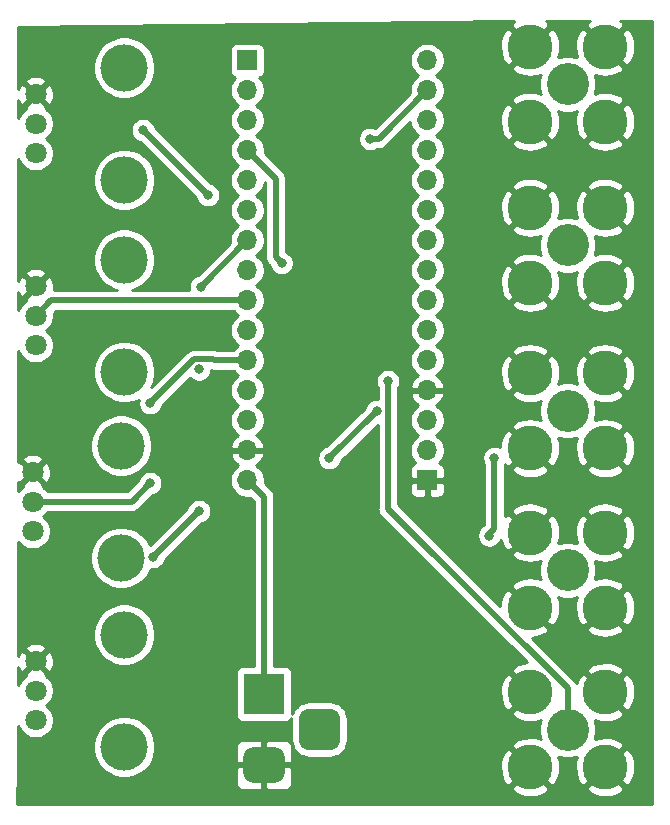
<source format=gbr>
G04 #@! TF.GenerationSoftware,KiCad,Pcbnew,5.1.6-c6e7f7d~86~ubuntu20.04.1*
G04 #@! TF.CreationDate,2020-06-08T22:34:45+01:00*
G04 #@! TF.ProjectId,spikeling,7370696b-656c-4696-9e67-2e6b69636164,rev?*
G04 #@! TF.SameCoordinates,Original*
G04 #@! TF.FileFunction,Copper,L2,Bot*
G04 #@! TF.FilePolarity,Positive*
%FSLAX46Y46*%
G04 Gerber Fmt 4.6, Leading zero omitted, Abs format (unit mm)*
G04 Created by KiCad (PCBNEW 5.1.6-c6e7f7d~86~ubuntu20.04.1) date 2020-06-08 22:34:45*
%MOMM*%
%LPD*%
G01*
G04 APERTURE LIST*
G04 #@! TA.AperFunction,ComponentPad*
%ADD10C,3.810000*%
G04 #@! TD*
G04 #@! TA.AperFunction,ComponentPad*
%ADD11C,3.556000*%
G04 #@! TD*
G04 #@! TA.AperFunction,ComponentPad*
%ADD12O,1.700000X1.700000*%
G04 #@! TD*
G04 #@! TA.AperFunction,ComponentPad*
%ADD13R,1.700000X1.700000*%
G04 #@! TD*
G04 #@! TA.AperFunction,WasherPad*
%ADD14C,4.000000*%
G04 #@! TD*
G04 #@! TA.AperFunction,ComponentPad*
%ADD15C,1.800000*%
G04 #@! TD*
G04 #@! TA.AperFunction,ComponentPad*
%ADD16R,3.500000X3.500000*%
G04 #@! TD*
G04 #@! TA.AperFunction,ViaPad*
%ADD17C,0.800000*%
G04 #@! TD*
G04 #@! TA.AperFunction,Conductor*
%ADD18C,0.500000*%
G04 #@! TD*
G04 #@! TA.AperFunction,Conductor*
%ADD19C,0.254000*%
G04 #@! TD*
G04 APERTURE END LIST*
D10*
X184531000Y-79325000D03*
D11*
X187706000Y-82500000D03*
D10*
X190881000Y-79325000D03*
X184531000Y-85675000D03*
X190881000Y-85675000D03*
D12*
X160584000Y-88392000D03*
X160584000Y-85852000D03*
X160584000Y-83312000D03*
X160584000Y-80772000D03*
X160584000Y-78232000D03*
X160584000Y-75692000D03*
X160584000Y-73152000D03*
X160584000Y-70612000D03*
X160584000Y-68072000D03*
X160584000Y-65532000D03*
X160584000Y-62992000D03*
X160584000Y-60452000D03*
X160584000Y-57912000D03*
X160584000Y-55372000D03*
D13*
X160584000Y-52832000D03*
D12*
X175824000Y-52832000D03*
X175824000Y-55372000D03*
X175824000Y-57912000D03*
X175824000Y-60452000D03*
X175824000Y-62992000D03*
X175824000Y-65532000D03*
X175824000Y-68072000D03*
X175824000Y-70612000D03*
X175824000Y-73152000D03*
X175824000Y-75692000D03*
X175824000Y-78232000D03*
X175824000Y-80772000D03*
X175824000Y-83312000D03*
X175824000Y-85852000D03*
D13*
X175824000Y-88392000D03*
D14*
X149922000Y-94960000D03*
X149922000Y-85460000D03*
D15*
X142422000Y-92710000D03*
X142422000Y-90210000D03*
X142422000Y-87710000D03*
X142676000Y-71962000D03*
X142676000Y-74462000D03*
X142676000Y-76962000D03*
D14*
X150176000Y-69712000D03*
X150176000Y-79212000D03*
X150176000Y-62956000D03*
X150176000Y-53456000D03*
D15*
X142676000Y-60706000D03*
X142676000Y-58206000D03*
X142676000Y-55706000D03*
X142676000Y-103712000D03*
X142676000Y-106212000D03*
X142676000Y-108712000D03*
D14*
X150176000Y-101462000D03*
X150176000Y-110962000D03*
D10*
X184531000Y-51689000D03*
D11*
X187706000Y-54864000D03*
D10*
X190881000Y-51689000D03*
X184531000Y-58039000D03*
X190881000Y-58039000D03*
X190881000Y-71675000D03*
X184531000Y-71675000D03*
X190881000Y-65325000D03*
D11*
X187706000Y-68500000D03*
D10*
X184531000Y-65325000D03*
X184531000Y-92825000D03*
D11*
X187706000Y-96000000D03*
D10*
X190881000Y-92825000D03*
X184531000Y-99175000D03*
X190881000Y-99175000D03*
X190881000Y-112675000D03*
X184531000Y-112675000D03*
X190881000Y-106325000D03*
D11*
X187706000Y-109500000D03*
D10*
X184531000Y-106325000D03*
D16*
X162000000Y-106500000D03*
G04 #@! TA.AperFunction,ComponentPad*
G36*
G01*
X163000000Y-114000000D02*
X161000000Y-114000000D01*
G75*
G02*
X160250000Y-113250000I0J750000D01*
G01*
X160250000Y-111750000D01*
G75*
G02*
X161000000Y-111000000I750000J0D01*
G01*
X163000000Y-111000000D01*
G75*
G02*
X163750000Y-111750000I0J-750000D01*
G01*
X163750000Y-113250000D01*
G75*
G02*
X163000000Y-114000000I-750000J0D01*
G01*
G37*
G04 #@! TD.AperFunction*
G04 #@! TA.AperFunction,ComponentPad*
G36*
G01*
X167575000Y-111250000D02*
X165825000Y-111250000D01*
G75*
G02*
X164950000Y-110375000I0J875000D01*
G01*
X164950000Y-108625000D01*
G75*
G02*
X165825000Y-107750000I875000J0D01*
G01*
X167575000Y-107750000D01*
G75*
G02*
X168450000Y-108625000I0J-875000D01*
G01*
X168450000Y-110375000D01*
G75*
G02*
X167575000Y-111250000I-875000J0D01*
G01*
G37*
G04 #@! TD.AperFunction*
D17*
X171500000Y-50500000D03*
X171000000Y-63500000D03*
X170650000Y-101137500D03*
X172500000Y-80000000D03*
X181500000Y-86500000D03*
X181075000Y-93075000D03*
X163500000Y-70000000D03*
X171000000Y-59500000D03*
X171528000Y-82528000D03*
X167528000Y-86528000D03*
X152372001Y-81869997D03*
X152372001Y-88627999D03*
X151750000Y-58750000D03*
X157250000Y-64250000D03*
X156656000Y-72000000D03*
X156500000Y-79000000D03*
X156500000Y-91000000D03*
X152626001Y-94873999D03*
D18*
X187706000Y-106014598D02*
X187706000Y-109500000D01*
X172500000Y-90808598D02*
X187706000Y-106014598D01*
X172500000Y-80000000D02*
X172500000Y-90808598D01*
X181500000Y-86500000D02*
X181500000Y-92500000D01*
X181075000Y-92925000D02*
X181075000Y-93075000D01*
X181500000Y-92500000D02*
X181075000Y-92925000D01*
X163500000Y-70000000D02*
X163000000Y-69500000D01*
X163000000Y-62868000D02*
X160584000Y-60452000D01*
X163000000Y-69500000D02*
X163000000Y-62868000D01*
X162000000Y-89808000D02*
X160584000Y-88392000D01*
X162000000Y-106500000D02*
X162000000Y-89808000D01*
X171696000Y-59500000D02*
X171000000Y-59500000D01*
X175824000Y-55372000D02*
X171696000Y-59500000D01*
X171528000Y-82528000D02*
X167528000Y-86528000D01*
X160584000Y-78232000D02*
X157732000Y-78232000D01*
X152372001Y-81869997D02*
X152372001Y-81869997D01*
X156091999Y-78149999D02*
X152372001Y-81869997D01*
X157649999Y-78149999D02*
X156091999Y-78149999D01*
X157732000Y-78232000D02*
X157649999Y-78149999D01*
X150790000Y-90210000D02*
X142422000Y-90210000D01*
X152372001Y-88627999D02*
X150790000Y-90210000D01*
X152372001Y-88627999D02*
X152372001Y-88627999D01*
X152149999Y-59149999D02*
X157250000Y-64250000D01*
X151750000Y-58750000D02*
X152149999Y-59149999D01*
X143986000Y-73152000D02*
X142676000Y-74462000D01*
X160584000Y-73152000D02*
X143986000Y-73152000D01*
X160584000Y-68072000D02*
X156656000Y-72000000D01*
X156500000Y-91000000D02*
X152626001Y-94873999D01*
D19*
G36*
X189485405Y-49552063D02*
G01*
X189280699Y-49909093D01*
X190881000Y-51509395D01*
X192481301Y-49909093D01*
X192276595Y-49552063D01*
X192134459Y-49478000D01*
X194870001Y-49478000D01*
X194870000Y-114034876D01*
X194875065Y-114086303D01*
X194873227Y-115790000D01*
X141127000Y-115790000D01*
X141127000Y-114333127D01*
X141159128Y-114273020D01*
X141199727Y-114139184D01*
X141210000Y-114034877D01*
X141210000Y-114000000D01*
X159611928Y-114000000D01*
X159624188Y-114124482D01*
X159660498Y-114244180D01*
X159719463Y-114354494D01*
X159798815Y-114451185D01*
X159895506Y-114530537D01*
X160005820Y-114589502D01*
X160125518Y-114625812D01*
X160250000Y-114638072D01*
X161714250Y-114635000D01*
X161873000Y-114476250D01*
X161873000Y-112627000D01*
X162127000Y-112627000D01*
X162127000Y-114476250D01*
X162285750Y-114635000D01*
X163750000Y-114638072D01*
X163874482Y-114625812D01*
X163994180Y-114589502D01*
X164104494Y-114530537D01*
X164196649Y-114454907D01*
X182930699Y-114454907D01*
X183135405Y-114811937D01*
X183579117Y-115043143D01*
X184059409Y-115183343D01*
X184557823Y-115227149D01*
X185055208Y-115172877D01*
X185532447Y-115022613D01*
X185926595Y-114811937D01*
X186131301Y-114454907D01*
X189280699Y-114454907D01*
X189485405Y-114811937D01*
X189929117Y-115043143D01*
X190409409Y-115183343D01*
X190907823Y-115227149D01*
X191405208Y-115172877D01*
X191882447Y-115022613D01*
X192276595Y-114811937D01*
X192481301Y-114454907D01*
X190881000Y-112854605D01*
X189280699Y-114454907D01*
X186131301Y-114454907D01*
X184531000Y-112854605D01*
X182930699Y-114454907D01*
X164196649Y-114454907D01*
X164201185Y-114451185D01*
X164280537Y-114354494D01*
X164339502Y-114244180D01*
X164375812Y-114124482D01*
X164388072Y-114000000D01*
X164385000Y-112785750D01*
X164301073Y-112701823D01*
X181978851Y-112701823D01*
X182033123Y-113199208D01*
X182183387Y-113676447D01*
X182394063Y-114070595D01*
X182751093Y-114275301D01*
X184351395Y-112675000D01*
X182751093Y-111074699D01*
X182394063Y-111279405D01*
X182162857Y-111723117D01*
X182022657Y-112203409D01*
X181978851Y-112701823D01*
X164301073Y-112701823D01*
X164226250Y-112627000D01*
X162127000Y-112627000D01*
X161873000Y-112627000D01*
X159773750Y-112627000D01*
X159615000Y-112785750D01*
X159611928Y-114000000D01*
X141210000Y-114000000D01*
X141210000Y-110702475D01*
X147541000Y-110702475D01*
X147541000Y-111221525D01*
X147642261Y-111730601D01*
X147840893Y-112210141D01*
X148129262Y-112641715D01*
X148496285Y-113008738D01*
X148927859Y-113297107D01*
X149407399Y-113495739D01*
X149916475Y-113597000D01*
X150435525Y-113597000D01*
X150944601Y-113495739D01*
X151424141Y-113297107D01*
X151855715Y-113008738D01*
X152222738Y-112641715D01*
X152511107Y-112210141D01*
X152709739Y-111730601D01*
X152811000Y-111221525D01*
X152811000Y-111000000D01*
X159611928Y-111000000D01*
X159615000Y-112214250D01*
X159773750Y-112373000D01*
X161873000Y-112373000D01*
X161873000Y-110523750D01*
X162127000Y-110523750D01*
X162127000Y-112373000D01*
X164226250Y-112373000D01*
X164385000Y-112214250D01*
X164388072Y-111000000D01*
X164375812Y-110875518D01*
X164339502Y-110755820D01*
X164280537Y-110645506D01*
X164201185Y-110548815D01*
X164104494Y-110469463D01*
X163994180Y-110410498D01*
X163874482Y-110374188D01*
X163750000Y-110361928D01*
X162285750Y-110365000D01*
X162127000Y-110523750D01*
X161873000Y-110523750D01*
X161714250Y-110365000D01*
X160250000Y-110361928D01*
X160125518Y-110374188D01*
X160005820Y-110410498D01*
X159895506Y-110469463D01*
X159798815Y-110548815D01*
X159719463Y-110645506D01*
X159660498Y-110755820D01*
X159624188Y-110875518D01*
X159611928Y-111000000D01*
X152811000Y-111000000D01*
X152811000Y-110702475D01*
X152709739Y-110193399D01*
X152511107Y-109713859D01*
X152222738Y-109282285D01*
X151855715Y-108915262D01*
X151424141Y-108626893D01*
X150944601Y-108428261D01*
X150435525Y-108327000D01*
X149916475Y-108327000D01*
X149407399Y-108428261D01*
X148927859Y-108626893D01*
X148496285Y-108915262D01*
X148129262Y-109282285D01*
X147840893Y-109713859D01*
X147642261Y-110193399D01*
X147541000Y-110702475D01*
X141210000Y-110702475D01*
X141210000Y-109183912D01*
X141315701Y-109439095D01*
X141483688Y-109690505D01*
X141697495Y-109904312D01*
X141948905Y-110072299D01*
X142228257Y-110188011D01*
X142524816Y-110247000D01*
X142827184Y-110247000D01*
X143123743Y-110188011D01*
X143403095Y-110072299D01*
X143654505Y-109904312D01*
X143868312Y-109690505D01*
X144036299Y-109439095D01*
X144152011Y-109159743D01*
X144211000Y-108863184D01*
X144211000Y-108560816D01*
X144152011Y-108264257D01*
X144036299Y-107984905D01*
X143868312Y-107733495D01*
X143654505Y-107519688D01*
X143568169Y-107462000D01*
X143654505Y-107404312D01*
X143868312Y-107190505D01*
X144036299Y-106939095D01*
X144152011Y-106659743D01*
X144211000Y-106363184D01*
X144211000Y-106060816D01*
X144152011Y-105764257D01*
X144036299Y-105484905D01*
X143868312Y-105233495D01*
X143654505Y-105019688D01*
X143511690Y-104924262D01*
X143560475Y-104776080D01*
X142676000Y-103891605D01*
X141791525Y-104776080D01*
X141840310Y-104924262D01*
X141697495Y-105019688D01*
X141483688Y-105233495D01*
X141315701Y-105484905D01*
X141210000Y-105740088D01*
X141210000Y-104170172D01*
X141277778Y-104363199D01*
X141357739Y-104512792D01*
X141611920Y-104596475D01*
X142496395Y-103712000D01*
X142855605Y-103712000D01*
X143740080Y-104596475D01*
X143994261Y-104512792D01*
X144125158Y-104240225D01*
X144200365Y-103947358D01*
X144216991Y-103645447D01*
X144174397Y-103346093D01*
X144074222Y-103060801D01*
X143994261Y-102911208D01*
X143740080Y-102827525D01*
X142855605Y-103712000D01*
X142496395Y-103712000D01*
X141611920Y-102827525D01*
X141357739Y-102911208D01*
X141226842Y-103183775D01*
X141210000Y-103249360D01*
X141210000Y-102647920D01*
X141791525Y-102647920D01*
X142676000Y-103532395D01*
X143560475Y-102647920D01*
X143476792Y-102393739D01*
X143204225Y-102262842D01*
X142911358Y-102187635D01*
X142609447Y-102171009D01*
X142310093Y-102213603D01*
X142024801Y-102313778D01*
X141875208Y-102393739D01*
X141791525Y-102647920D01*
X141210000Y-102647920D01*
X141210000Y-101202475D01*
X147541000Y-101202475D01*
X147541000Y-101721525D01*
X147642261Y-102230601D01*
X147840893Y-102710141D01*
X148129262Y-103141715D01*
X148496285Y-103508738D01*
X148927859Y-103797107D01*
X149407399Y-103995739D01*
X149916475Y-104097000D01*
X150435525Y-104097000D01*
X150944601Y-103995739D01*
X151424141Y-103797107D01*
X151855715Y-103508738D01*
X152222738Y-103141715D01*
X152511107Y-102710141D01*
X152709739Y-102230601D01*
X152811000Y-101721525D01*
X152811000Y-101202475D01*
X152709739Y-100693399D01*
X152511107Y-100213859D01*
X152222738Y-99782285D01*
X151855715Y-99415262D01*
X151424141Y-99126893D01*
X150944601Y-98928261D01*
X150435525Y-98827000D01*
X149916475Y-98827000D01*
X149407399Y-98928261D01*
X148927859Y-99126893D01*
X148496285Y-99415262D01*
X148129262Y-99782285D01*
X147840893Y-100213859D01*
X147642261Y-100693399D01*
X147541000Y-101202475D01*
X141210000Y-101202475D01*
X141210000Y-94700475D01*
X147287000Y-94700475D01*
X147287000Y-95219525D01*
X147388261Y-95728601D01*
X147586893Y-96208141D01*
X147875262Y-96639715D01*
X148242285Y-97006738D01*
X148673859Y-97295107D01*
X149153399Y-97493739D01*
X149662475Y-97595000D01*
X150181525Y-97595000D01*
X150690601Y-97493739D01*
X151170141Y-97295107D01*
X151601715Y-97006738D01*
X151968738Y-96639715D01*
X152257107Y-96208141D01*
X152391904Y-95882711D01*
X152524062Y-95908999D01*
X152727940Y-95908999D01*
X152927899Y-95869225D01*
X153116257Y-95791204D01*
X153285775Y-95677936D01*
X153429938Y-95533773D01*
X153543206Y-95364255D01*
X153621227Y-95175897D01*
X153632536Y-95119042D01*
X156745044Y-92006535D01*
X156801898Y-91995226D01*
X156990256Y-91917205D01*
X157159774Y-91803937D01*
X157303937Y-91659774D01*
X157417205Y-91490256D01*
X157495226Y-91301898D01*
X157535000Y-91101939D01*
X157535000Y-90898061D01*
X157495226Y-90698102D01*
X157417205Y-90509744D01*
X157303937Y-90340226D01*
X157159774Y-90196063D01*
X156990256Y-90082795D01*
X156801898Y-90004774D01*
X156601939Y-89965000D01*
X156398061Y-89965000D01*
X156198102Y-90004774D01*
X156009744Y-90082795D01*
X155840226Y-90196063D01*
X155696063Y-90340226D01*
X155582795Y-90509744D01*
X155504774Y-90698102D01*
X155493465Y-90754956D01*
X152380958Y-93867464D01*
X152326082Y-93878379D01*
X152257107Y-93711859D01*
X151968738Y-93280285D01*
X151601715Y-92913262D01*
X151170141Y-92624893D01*
X150690601Y-92426261D01*
X150181525Y-92325000D01*
X149662475Y-92325000D01*
X149153399Y-92426261D01*
X148673859Y-92624893D01*
X148242285Y-92913262D01*
X147875262Y-93280285D01*
X147586893Y-93711859D01*
X147388261Y-94191399D01*
X147287000Y-94700475D01*
X141210000Y-94700475D01*
X141210000Y-93659040D01*
X141229688Y-93688505D01*
X141443495Y-93902312D01*
X141694905Y-94070299D01*
X141974257Y-94186011D01*
X142270816Y-94245000D01*
X142573184Y-94245000D01*
X142869743Y-94186011D01*
X143149095Y-94070299D01*
X143400505Y-93902312D01*
X143614312Y-93688505D01*
X143782299Y-93437095D01*
X143898011Y-93157743D01*
X143957000Y-92861184D01*
X143957000Y-92558816D01*
X143898011Y-92262257D01*
X143782299Y-91982905D01*
X143614312Y-91731495D01*
X143400505Y-91517688D01*
X143314169Y-91460000D01*
X143400505Y-91402312D01*
X143614312Y-91188505D01*
X143676790Y-91095000D01*
X150746531Y-91095000D01*
X150790000Y-91099281D01*
X150833469Y-91095000D01*
X150833477Y-91095000D01*
X150963490Y-91082195D01*
X151130313Y-91031589D01*
X151284059Y-90949411D01*
X151418817Y-90838817D01*
X151446534Y-90805044D01*
X152617045Y-89634534D01*
X152673899Y-89623225D01*
X152862257Y-89545204D01*
X153031775Y-89431936D01*
X153175938Y-89287773D01*
X153289206Y-89118255D01*
X153367227Y-88929897D01*
X153407001Y-88729938D01*
X153407001Y-88526060D01*
X153367227Y-88326101D01*
X153333941Y-88245740D01*
X159099000Y-88245740D01*
X159099000Y-88538260D01*
X159156068Y-88825158D01*
X159268010Y-89095411D01*
X159430525Y-89338632D01*
X159637368Y-89545475D01*
X159880589Y-89707990D01*
X160150842Y-89819932D01*
X160437740Y-89877000D01*
X160730260Y-89877000D01*
X160802960Y-89862539D01*
X161115001Y-90174580D01*
X161115000Y-104111928D01*
X160250000Y-104111928D01*
X160125518Y-104124188D01*
X160005820Y-104160498D01*
X159895506Y-104219463D01*
X159798815Y-104298815D01*
X159719463Y-104395506D01*
X159660498Y-104505820D01*
X159624188Y-104625518D01*
X159611928Y-104750000D01*
X159611928Y-108250000D01*
X159624188Y-108374482D01*
X159660498Y-108494180D01*
X159719463Y-108604494D01*
X159798815Y-108701185D01*
X159895506Y-108780537D01*
X160005820Y-108839502D01*
X160125518Y-108875812D01*
X160250000Y-108888072D01*
X163750000Y-108888072D01*
X163874482Y-108875812D01*
X163994180Y-108839502D01*
X164104494Y-108780537D01*
X164201185Y-108701185D01*
X164280537Y-108604494D01*
X164321494Y-108527869D01*
X164311928Y-108625000D01*
X164311928Y-110375000D01*
X164341001Y-110670186D01*
X164427104Y-110954028D01*
X164566927Y-111215618D01*
X164755097Y-111444903D01*
X164984382Y-111633073D01*
X165245972Y-111772896D01*
X165529814Y-111858999D01*
X165825000Y-111888072D01*
X167575000Y-111888072D01*
X167870186Y-111858999D01*
X168154028Y-111772896D01*
X168415618Y-111633073D01*
X168644903Y-111444903D01*
X168833073Y-111215618D01*
X168972896Y-110954028D01*
X169058999Y-110670186D01*
X169088072Y-110375000D01*
X169088072Y-108625000D01*
X169058999Y-108329814D01*
X168972896Y-108045972D01*
X168833073Y-107784382D01*
X168644903Y-107555097D01*
X168415618Y-107366927D01*
X168154028Y-107227104D01*
X167870186Y-107141001D01*
X167575000Y-107111928D01*
X165825000Y-107111928D01*
X165529814Y-107141001D01*
X165245972Y-107227104D01*
X164984382Y-107366927D01*
X164755097Y-107555097D01*
X164566927Y-107784382D01*
X164427104Y-108045972D01*
X164388072Y-108174643D01*
X164388072Y-106351823D01*
X181978851Y-106351823D01*
X182033123Y-106849208D01*
X182183387Y-107326447D01*
X182394063Y-107720595D01*
X182751093Y-107925301D01*
X184351395Y-106325000D01*
X182751093Y-104724699D01*
X182394063Y-104929405D01*
X182162857Y-105373117D01*
X182022657Y-105853409D01*
X181978851Y-106351823D01*
X164388072Y-106351823D01*
X164388072Y-104750000D01*
X164375812Y-104625518D01*
X164339502Y-104505820D01*
X164280537Y-104395506D01*
X164201185Y-104298815D01*
X164104494Y-104219463D01*
X163994180Y-104160498D01*
X163874482Y-104124188D01*
X163750000Y-104111928D01*
X162885000Y-104111928D01*
X162885000Y-89851465D01*
X162889281Y-89807999D01*
X162885000Y-89764533D01*
X162885000Y-89764523D01*
X162872195Y-89634510D01*
X162821589Y-89467687D01*
X162739411Y-89313941D01*
X162628817Y-89179183D01*
X162595049Y-89151470D01*
X162054539Y-88610960D01*
X162069000Y-88538260D01*
X162069000Y-88245740D01*
X162011932Y-87958842D01*
X161899990Y-87688589D01*
X161737475Y-87445368D01*
X161530632Y-87238525D01*
X161348466Y-87116805D01*
X161465355Y-87047178D01*
X161681588Y-86852269D01*
X161855641Y-86618920D01*
X161947501Y-86426061D01*
X166493000Y-86426061D01*
X166493000Y-86629939D01*
X166532774Y-86829898D01*
X166610795Y-87018256D01*
X166724063Y-87187774D01*
X166868226Y-87331937D01*
X167037744Y-87445205D01*
X167226102Y-87523226D01*
X167426061Y-87563000D01*
X167629939Y-87563000D01*
X167829898Y-87523226D01*
X168018256Y-87445205D01*
X168187774Y-87331937D01*
X168331937Y-87187774D01*
X168445205Y-87018256D01*
X168523226Y-86829898D01*
X168534535Y-86773043D01*
X171615000Y-83692579D01*
X171615001Y-90765119D01*
X171610719Y-90808598D01*
X171627805Y-90982088D01*
X171678412Y-91148911D01*
X171760590Y-91302657D01*
X171843468Y-91403644D01*
X171843471Y-91403647D01*
X171871184Y-91437415D01*
X171904952Y-91465128D01*
X184241352Y-103801529D01*
X184006792Y-103827123D01*
X183529553Y-103977387D01*
X183135405Y-104188063D01*
X182930699Y-104545093D01*
X184531000Y-106145395D01*
X184545143Y-106131253D01*
X184724748Y-106310858D01*
X184710605Y-106325000D01*
X184724748Y-106339143D01*
X184545143Y-106518748D01*
X184531000Y-106504605D01*
X182930699Y-108104907D01*
X183135405Y-108461937D01*
X183579117Y-108693143D01*
X184059409Y-108833343D01*
X184557823Y-108877149D01*
X185055208Y-108822877D01*
X185422574Y-108707208D01*
X185385731Y-108796154D01*
X185293000Y-109262340D01*
X185293000Y-109737660D01*
X185385731Y-110203846D01*
X185420906Y-110288766D01*
X185002591Y-110166657D01*
X184504177Y-110122851D01*
X184006792Y-110177123D01*
X183529553Y-110327387D01*
X183135405Y-110538063D01*
X182930699Y-110895093D01*
X184531000Y-112495395D01*
X184545143Y-112481253D01*
X184724748Y-112660858D01*
X184710605Y-112675000D01*
X186310907Y-114275301D01*
X186667937Y-114070595D01*
X186899143Y-113626883D01*
X187039343Y-113146591D01*
X187083149Y-112648177D01*
X187028877Y-112150792D01*
X186913208Y-111783426D01*
X187002154Y-111820269D01*
X187468340Y-111913000D01*
X187943660Y-111913000D01*
X188409846Y-111820269D01*
X188494766Y-111785094D01*
X188372657Y-112203409D01*
X188328851Y-112701823D01*
X188383123Y-113199208D01*
X188533387Y-113676447D01*
X188744063Y-114070595D01*
X189101093Y-114275301D01*
X190701395Y-112675000D01*
X191060605Y-112675000D01*
X192660907Y-114275301D01*
X193017937Y-114070595D01*
X193249143Y-113626883D01*
X193389343Y-113146591D01*
X193433149Y-112648177D01*
X193378877Y-112150792D01*
X193228613Y-111673553D01*
X193017937Y-111279405D01*
X192660907Y-111074699D01*
X191060605Y-112675000D01*
X190701395Y-112675000D01*
X190687253Y-112660858D01*
X190866858Y-112481253D01*
X190881000Y-112495395D01*
X192481301Y-110895093D01*
X192276595Y-110538063D01*
X191832883Y-110306857D01*
X191352591Y-110166657D01*
X190854177Y-110122851D01*
X190356792Y-110177123D01*
X189989426Y-110292792D01*
X190026269Y-110203846D01*
X190119000Y-109737660D01*
X190119000Y-109262340D01*
X190026269Y-108796154D01*
X189991094Y-108711234D01*
X190409409Y-108833343D01*
X190907823Y-108877149D01*
X191405208Y-108822877D01*
X191882447Y-108672613D01*
X192276595Y-108461937D01*
X192481301Y-108104907D01*
X190881000Y-106504605D01*
X190866858Y-106518748D01*
X190687253Y-106339143D01*
X190701395Y-106325000D01*
X191060605Y-106325000D01*
X192660907Y-107925301D01*
X193017937Y-107720595D01*
X193249143Y-107276883D01*
X193389343Y-106796591D01*
X193433149Y-106298177D01*
X193378877Y-105800792D01*
X193228613Y-105323553D01*
X193017937Y-104929405D01*
X192660907Y-104724699D01*
X191060605Y-106325000D01*
X190701395Y-106325000D01*
X189101093Y-104724699D01*
X188744063Y-104929405D01*
X188512857Y-105373117D01*
X188461201Y-105550080D01*
X188445411Y-105520539D01*
X188334817Y-105385781D01*
X188301051Y-105358070D01*
X187488074Y-104545093D01*
X189280699Y-104545093D01*
X190881000Y-106145395D01*
X192481301Y-104545093D01*
X192276595Y-104188063D01*
X191832883Y-103956857D01*
X191352591Y-103816657D01*
X190854177Y-103772851D01*
X190356792Y-103827123D01*
X189879553Y-103977387D01*
X189485405Y-104188063D01*
X189280699Y-104545093D01*
X187488074Y-104545093D01*
X184659081Y-101716100D01*
X185055208Y-101672877D01*
X185532447Y-101522613D01*
X185926595Y-101311937D01*
X186131301Y-100954907D01*
X189280699Y-100954907D01*
X189485405Y-101311937D01*
X189929117Y-101543143D01*
X190409409Y-101683343D01*
X190907823Y-101727149D01*
X191405208Y-101672877D01*
X191882447Y-101522613D01*
X192276595Y-101311937D01*
X192481301Y-100954907D01*
X190881000Y-99354605D01*
X189280699Y-100954907D01*
X186131301Y-100954907D01*
X184531000Y-99354605D01*
X184516858Y-99368748D01*
X184337252Y-99189142D01*
X184351395Y-99175000D01*
X182751093Y-97574699D01*
X182394063Y-97779405D01*
X182162857Y-98223117D01*
X182022657Y-98703409D01*
X181992258Y-99049278D01*
X177547887Y-94604907D01*
X182930699Y-94604907D01*
X183135405Y-94961937D01*
X183579117Y-95193143D01*
X184059409Y-95333343D01*
X184557823Y-95377149D01*
X185055208Y-95322877D01*
X185422574Y-95207208D01*
X185385731Y-95296154D01*
X185293000Y-95762340D01*
X185293000Y-96237660D01*
X185385731Y-96703846D01*
X185420906Y-96788766D01*
X185002591Y-96666657D01*
X184504177Y-96622851D01*
X184006792Y-96677123D01*
X183529553Y-96827387D01*
X183135405Y-97038063D01*
X182930699Y-97395093D01*
X184531000Y-98995395D01*
X184545143Y-98981253D01*
X184724748Y-99160858D01*
X184710605Y-99175000D01*
X186310907Y-100775301D01*
X186667937Y-100570595D01*
X186899143Y-100126883D01*
X187039343Y-99646591D01*
X187083149Y-99148177D01*
X187028877Y-98650792D01*
X186913208Y-98283426D01*
X187002154Y-98320269D01*
X187468340Y-98413000D01*
X187943660Y-98413000D01*
X188409846Y-98320269D01*
X188494766Y-98285094D01*
X188372657Y-98703409D01*
X188328851Y-99201823D01*
X188383123Y-99699208D01*
X188533387Y-100176447D01*
X188744063Y-100570595D01*
X189101093Y-100775301D01*
X190701395Y-99175000D01*
X191060605Y-99175000D01*
X192660907Y-100775301D01*
X193017937Y-100570595D01*
X193249143Y-100126883D01*
X193389343Y-99646591D01*
X193433149Y-99148177D01*
X193378877Y-98650792D01*
X193228613Y-98173553D01*
X193017937Y-97779405D01*
X192660907Y-97574699D01*
X191060605Y-99175000D01*
X190701395Y-99175000D01*
X190687253Y-99160858D01*
X190866858Y-98981253D01*
X190881000Y-98995395D01*
X192481301Y-97395093D01*
X192276595Y-97038063D01*
X191832883Y-96806857D01*
X191352591Y-96666657D01*
X190854177Y-96622851D01*
X190356792Y-96677123D01*
X189989426Y-96792792D01*
X190026269Y-96703846D01*
X190119000Y-96237660D01*
X190119000Y-95762340D01*
X190026269Y-95296154D01*
X189991094Y-95211234D01*
X190409409Y-95333343D01*
X190907823Y-95377149D01*
X191405208Y-95322877D01*
X191882447Y-95172613D01*
X192276595Y-94961937D01*
X192481301Y-94604907D01*
X190881000Y-93004605D01*
X190866858Y-93018748D01*
X190687253Y-92839143D01*
X190701395Y-92825000D01*
X191060605Y-92825000D01*
X192660907Y-94425301D01*
X193017937Y-94220595D01*
X193249143Y-93776883D01*
X193389343Y-93296591D01*
X193433149Y-92798177D01*
X193378877Y-92300792D01*
X193228613Y-91823553D01*
X193017937Y-91429405D01*
X192660907Y-91224699D01*
X191060605Y-92825000D01*
X190701395Y-92825000D01*
X189101093Y-91224699D01*
X188744063Y-91429405D01*
X188512857Y-91873117D01*
X188372657Y-92353409D01*
X188328851Y-92851823D01*
X188383123Y-93349208D01*
X188498792Y-93716574D01*
X188409846Y-93679731D01*
X187943660Y-93587000D01*
X187468340Y-93587000D01*
X187002154Y-93679731D01*
X186917234Y-93714906D01*
X187039343Y-93296591D01*
X187083149Y-92798177D01*
X187028877Y-92300792D01*
X186878613Y-91823553D01*
X186667937Y-91429405D01*
X186310907Y-91224699D01*
X184710605Y-92825000D01*
X184724748Y-92839143D01*
X184545143Y-93018748D01*
X184531000Y-93004605D01*
X182930699Y-94604907D01*
X177547887Y-94604907D01*
X175916041Y-92973061D01*
X180040000Y-92973061D01*
X180040000Y-93176939D01*
X180079774Y-93376898D01*
X180157795Y-93565256D01*
X180271063Y-93734774D01*
X180415226Y-93878937D01*
X180584744Y-93992205D01*
X180773102Y-94070226D01*
X180973061Y-94110000D01*
X181176939Y-94110000D01*
X181376898Y-94070226D01*
X181565256Y-93992205D01*
X181734774Y-93878937D01*
X181878937Y-93734774D01*
X181992205Y-93565256D01*
X182054100Y-93415830D01*
X182183387Y-93826447D01*
X182394063Y-94220595D01*
X182751093Y-94425301D01*
X184351395Y-92825000D01*
X182751093Y-91224699D01*
X182394063Y-91429405D01*
X182385000Y-91446798D01*
X182385000Y-91045093D01*
X182930699Y-91045093D01*
X184531000Y-92645395D01*
X186131301Y-91045093D01*
X189280699Y-91045093D01*
X190881000Y-92645395D01*
X192481301Y-91045093D01*
X192276595Y-90688063D01*
X191832883Y-90456857D01*
X191352591Y-90316657D01*
X190854177Y-90272851D01*
X190356792Y-90327123D01*
X189879553Y-90477387D01*
X189485405Y-90688063D01*
X189280699Y-91045093D01*
X186131301Y-91045093D01*
X185926595Y-90688063D01*
X185482883Y-90456857D01*
X185002591Y-90316657D01*
X184504177Y-90272851D01*
X184006792Y-90327123D01*
X183529553Y-90477387D01*
X183135405Y-90688063D01*
X182930699Y-91045093D01*
X182385000Y-91045093D01*
X182385000Y-87454907D01*
X182930699Y-87454907D01*
X183135405Y-87811937D01*
X183579117Y-88043143D01*
X184059409Y-88183343D01*
X184557823Y-88227149D01*
X185055208Y-88172877D01*
X185532447Y-88022613D01*
X185926595Y-87811937D01*
X186131301Y-87454907D01*
X189280699Y-87454907D01*
X189485405Y-87811937D01*
X189929117Y-88043143D01*
X190409409Y-88183343D01*
X190907823Y-88227149D01*
X191405208Y-88172877D01*
X191882447Y-88022613D01*
X192276595Y-87811937D01*
X192481301Y-87454907D01*
X190881000Y-85854605D01*
X189280699Y-87454907D01*
X186131301Y-87454907D01*
X184531000Y-85854605D01*
X182930699Y-87454907D01*
X182385000Y-87454907D01*
X182385000Y-87053639D01*
X182394063Y-87070595D01*
X182751093Y-87275301D01*
X184351395Y-85675000D01*
X182751093Y-84074699D01*
X182394063Y-84279405D01*
X182162857Y-84723117D01*
X182022657Y-85203409D01*
X181989346Y-85582418D01*
X181801898Y-85504774D01*
X181601939Y-85465000D01*
X181398061Y-85465000D01*
X181198102Y-85504774D01*
X181009744Y-85582795D01*
X180840226Y-85696063D01*
X180696063Y-85840226D01*
X180582795Y-86009744D01*
X180504774Y-86198102D01*
X180465000Y-86398061D01*
X180465000Y-86601939D01*
X180504774Y-86801898D01*
X180582795Y-86990256D01*
X180615000Y-87038454D01*
X180615001Y-92133421D01*
X180594787Y-92153635D01*
X180584744Y-92157795D01*
X180415226Y-92271063D01*
X180271063Y-92415226D01*
X180157795Y-92584744D01*
X180079774Y-92773102D01*
X180040000Y-92973061D01*
X175916041Y-92973061D01*
X173385000Y-90442020D01*
X173385000Y-89242000D01*
X174335928Y-89242000D01*
X174348188Y-89366482D01*
X174384498Y-89486180D01*
X174443463Y-89596494D01*
X174522815Y-89693185D01*
X174619506Y-89772537D01*
X174729820Y-89831502D01*
X174849518Y-89867812D01*
X174974000Y-89880072D01*
X175538250Y-89877000D01*
X175697000Y-89718250D01*
X175697000Y-88519000D01*
X175951000Y-88519000D01*
X175951000Y-89718250D01*
X176109750Y-89877000D01*
X176674000Y-89880072D01*
X176798482Y-89867812D01*
X176918180Y-89831502D01*
X177028494Y-89772537D01*
X177125185Y-89693185D01*
X177204537Y-89596494D01*
X177263502Y-89486180D01*
X177299812Y-89366482D01*
X177312072Y-89242000D01*
X177309000Y-88677750D01*
X177150250Y-88519000D01*
X175951000Y-88519000D01*
X175697000Y-88519000D01*
X174497750Y-88519000D01*
X174339000Y-88677750D01*
X174335928Y-89242000D01*
X173385000Y-89242000D01*
X173385000Y-87542000D01*
X174335928Y-87542000D01*
X174339000Y-88106250D01*
X174497750Y-88265000D01*
X175697000Y-88265000D01*
X175697000Y-88245000D01*
X175951000Y-88245000D01*
X175951000Y-88265000D01*
X177150250Y-88265000D01*
X177309000Y-88106250D01*
X177312072Y-87542000D01*
X177299812Y-87417518D01*
X177263502Y-87297820D01*
X177204537Y-87187506D01*
X177125185Y-87090815D01*
X177028494Y-87011463D01*
X176918180Y-86952498D01*
X176845620Y-86930487D01*
X176977475Y-86798632D01*
X177139990Y-86555411D01*
X177251932Y-86285158D01*
X177309000Y-85998260D01*
X177309000Y-85705740D01*
X177251932Y-85418842D01*
X177139990Y-85148589D01*
X176977475Y-84905368D01*
X176770632Y-84698525D01*
X176596240Y-84582000D01*
X176770632Y-84465475D01*
X176977475Y-84258632D01*
X177139990Y-84015411D01*
X177251932Y-83745158D01*
X177309000Y-83458260D01*
X177309000Y-83165740D01*
X177251932Y-82878842D01*
X177139990Y-82608589D01*
X176977475Y-82365368D01*
X176770632Y-82158525D01*
X176588466Y-82036805D01*
X176705355Y-81967178D01*
X176921588Y-81772269D01*
X177095641Y-81538920D01*
X177220825Y-81276099D01*
X177265476Y-81128890D01*
X177252820Y-81104907D01*
X182930699Y-81104907D01*
X183135405Y-81461937D01*
X183579117Y-81693143D01*
X184059409Y-81833343D01*
X184557823Y-81877149D01*
X185055208Y-81822877D01*
X185422574Y-81707208D01*
X185385731Y-81796154D01*
X185293000Y-82262340D01*
X185293000Y-82737660D01*
X185385731Y-83203846D01*
X185420906Y-83288766D01*
X185002591Y-83166657D01*
X184504177Y-83122851D01*
X184006792Y-83177123D01*
X183529553Y-83327387D01*
X183135405Y-83538063D01*
X182930699Y-83895093D01*
X184531000Y-85495395D01*
X184545143Y-85481253D01*
X184724748Y-85660858D01*
X184710605Y-85675000D01*
X186310907Y-87275301D01*
X186667937Y-87070595D01*
X186899143Y-86626883D01*
X187039343Y-86146591D01*
X187083149Y-85648177D01*
X187028877Y-85150792D01*
X186913208Y-84783426D01*
X187002154Y-84820269D01*
X187468340Y-84913000D01*
X187943660Y-84913000D01*
X188409846Y-84820269D01*
X188494766Y-84785094D01*
X188372657Y-85203409D01*
X188328851Y-85701823D01*
X188383123Y-86199208D01*
X188533387Y-86676447D01*
X188744063Y-87070595D01*
X189101093Y-87275301D01*
X190701395Y-85675000D01*
X191060605Y-85675000D01*
X192660907Y-87275301D01*
X193017937Y-87070595D01*
X193249143Y-86626883D01*
X193389343Y-86146591D01*
X193433149Y-85648177D01*
X193378877Y-85150792D01*
X193228613Y-84673553D01*
X193017937Y-84279405D01*
X192660907Y-84074699D01*
X191060605Y-85675000D01*
X190701395Y-85675000D01*
X190687253Y-85660858D01*
X190866858Y-85481253D01*
X190881000Y-85495395D01*
X192481301Y-83895093D01*
X192276595Y-83538063D01*
X191832883Y-83306857D01*
X191352591Y-83166657D01*
X190854177Y-83122851D01*
X190356792Y-83177123D01*
X189989426Y-83292792D01*
X190026269Y-83203846D01*
X190119000Y-82737660D01*
X190119000Y-82262340D01*
X190026269Y-81796154D01*
X189991094Y-81711234D01*
X190409409Y-81833343D01*
X190907823Y-81877149D01*
X191405208Y-81822877D01*
X191882447Y-81672613D01*
X192276595Y-81461937D01*
X192481301Y-81104907D01*
X190881000Y-79504605D01*
X190866858Y-79518748D01*
X190687253Y-79339143D01*
X190701395Y-79325000D01*
X191060605Y-79325000D01*
X192660907Y-80925301D01*
X193017937Y-80720595D01*
X193249143Y-80276883D01*
X193389343Y-79796591D01*
X193433149Y-79298177D01*
X193378877Y-78800792D01*
X193228613Y-78323553D01*
X193017937Y-77929405D01*
X192660907Y-77724699D01*
X191060605Y-79325000D01*
X190701395Y-79325000D01*
X189101093Y-77724699D01*
X188744063Y-77929405D01*
X188512857Y-78373117D01*
X188372657Y-78853409D01*
X188328851Y-79351823D01*
X188383123Y-79849208D01*
X188498792Y-80216574D01*
X188409846Y-80179731D01*
X187943660Y-80087000D01*
X187468340Y-80087000D01*
X187002154Y-80179731D01*
X186917234Y-80214906D01*
X187039343Y-79796591D01*
X187083149Y-79298177D01*
X187028877Y-78800792D01*
X186878613Y-78323553D01*
X186667937Y-77929405D01*
X186310907Y-77724699D01*
X184710605Y-79325000D01*
X184724748Y-79339143D01*
X184545143Y-79518748D01*
X184531000Y-79504605D01*
X182930699Y-81104907D01*
X177252820Y-81104907D01*
X177144155Y-80899000D01*
X175951000Y-80899000D01*
X175951000Y-80919000D01*
X175697000Y-80919000D01*
X175697000Y-80899000D01*
X174503845Y-80899000D01*
X174382524Y-81128890D01*
X174427175Y-81276099D01*
X174552359Y-81538920D01*
X174726412Y-81772269D01*
X174942645Y-81967178D01*
X175059534Y-82036805D01*
X174877368Y-82158525D01*
X174670525Y-82365368D01*
X174508010Y-82608589D01*
X174396068Y-82878842D01*
X174339000Y-83165740D01*
X174339000Y-83458260D01*
X174396068Y-83745158D01*
X174508010Y-84015411D01*
X174670525Y-84258632D01*
X174877368Y-84465475D01*
X175051760Y-84582000D01*
X174877368Y-84698525D01*
X174670525Y-84905368D01*
X174508010Y-85148589D01*
X174396068Y-85418842D01*
X174339000Y-85705740D01*
X174339000Y-85998260D01*
X174396068Y-86285158D01*
X174508010Y-86555411D01*
X174670525Y-86798632D01*
X174802380Y-86930487D01*
X174729820Y-86952498D01*
X174619506Y-87011463D01*
X174522815Y-87090815D01*
X174443463Y-87187506D01*
X174384498Y-87297820D01*
X174348188Y-87417518D01*
X174335928Y-87542000D01*
X173385000Y-87542000D01*
X173385000Y-80538454D01*
X173417205Y-80490256D01*
X173495226Y-80301898D01*
X173535000Y-80101939D01*
X173535000Y-79898061D01*
X173495226Y-79698102D01*
X173417205Y-79509744D01*
X173303937Y-79340226D01*
X173159774Y-79196063D01*
X172990256Y-79082795D01*
X172801898Y-79004774D01*
X172601939Y-78965000D01*
X172398061Y-78965000D01*
X172198102Y-79004774D01*
X172009744Y-79082795D01*
X171840226Y-79196063D01*
X171696063Y-79340226D01*
X171582795Y-79509744D01*
X171504774Y-79698102D01*
X171465000Y-79898061D01*
X171465000Y-80101939D01*
X171504774Y-80301898D01*
X171582795Y-80490256D01*
X171615000Y-80538454D01*
X171615000Y-81493000D01*
X171426061Y-81493000D01*
X171226102Y-81532774D01*
X171037744Y-81610795D01*
X170868226Y-81724063D01*
X170724063Y-81868226D01*
X170610795Y-82037744D01*
X170532774Y-82226102D01*
X170521465Y-82282956D01*
X167282957Y-85521465D01*
X167226102Y-85532774D01*
X167037744Y-85610795D01*
X166868226Y-85724063D01*
X166724063Y-85868226D01*
X166610795Y-86037744D01*
X166532774Y-86226102D01*
X166493000Y-86426061D01*
X161947501Y-86426061D01*
X161980825Y-86356099D01*
X162025476Y-86208890D01*
X161904155Y-85979000D01*
X160711000Y-85979000D01*
X160711000Y-85999000D01*
X160457000Y-85999000D01*
X160457000Y-85979000D01*
X159263845Y-85979000D01*
X159142524Y-86208890D01*
X159187175Y-86356099D01*
X159312359Y-86618920D01*
X159486412Y-86852269D01*
X159702645Y-87047178D01*
X159819534Y-87116805D01*
X159637368Y-87238525D01*
X159430525Y-87445368D01*
X159268010Y-87688589D01*
X159156068Y-87958842D01*
X159099000Y-88245740D01*
X153333941Y-88245740D01*
X153289206Y-88137743D01*
X153175938Y-87968225D01*
X153031775Y-87824062D01*
X152862257Y-87710794D01*
X152673899Y-87632773D01*
X152473940Y-87592999D01*
X152270062Y-87592999D01*
X152070103Y-87632773D01*
X151881745Y-87710794D01*
X151712227Y-87824062D01*
X151568064Y-87968225D01*
X151454796Y-88137743D01*
X151376775Y-88326101D01*
X151365466Y-88382955D01*
X150423422Y-89325000D01*
X143676790Y-89325000D01*
X143614312Y-89231495D01*
X143400505Y-89017688D01*
X143257690Y-88922262D01*
X143306475Y-88774080D01*
X142422000Y-87889605D01*
X141537525Y-88774080D01*
X141586310Y-88922262D01*
X141443495Y-89017688D01*
X141229688Y-89231495D01*
X141210000Y-89260960D01*
X141210000Y-88545776D01*
X141357920Y-88594475D01*
X142242395Y-87710000D01*
X142601605Y-87710000D01*
X143486080Y-88594475D01*
X143740261Y-88510792D01*
X143871158Y-88238225D01*
X143946365Y-87945358D01*
X143962991Y-87643447D01*
X143920397Y-87344093D01*
X143820222Y-87058801D01*
X143740261Y-86909208D01*
X143486080Y-86825525D01*
X142601605Y-87710000D01*
X142242395Y-87710000D01*
X141357920Y-86825525D01*
X141210000Y-86874224D01*
X141210000Y-86645920D01*
X141537525Y-86645920D01*
X142422000Y-87530395D01*
X143306475Y-86645920D01*
X143222792Y-86391739D01*
X142950225Y-86260842D01*
X142657358Y-86185635D01*
X142355447Y-86169009D01*
X142056093Y-86211603D01*
X141770801Y-86311778D01*
X141621208Y-86391739D01*
X141537525Y-86645920D01*
X141210000Y-86645920D01*
X141210000Y-85200475D01*
X147287000Y-85200475D01*
X147287000Y-85719525D01*
X147388261Y-86228601D01*
X147586893Y-86708141D01*
X147875262Y-87139715D01*
X148242285Y-87506738D01*
X148673859Y-87795107D01*
X149153399Y-87993739D01*
X149662475Y-88095000D01*
X150181525Y-88095000D01*
X150690601Y-87993739D01*
X151170141Y-87795107D01*
X151601715Y-87506738D01*
X151968738Y-87139715D01*
X152257107Y-86708141D01*
X152455739Y-86228601D01*
X152557000Y-85719525D01*
X152557000Y-85200475D01*
X152455739Y-84691399D01*
X152257107Y-84211859D01*
X151968738Y-83780285D01*
X151601715Y-83413262D01*
X151170141Y-83124893D01*
X150690601Y-82926261D01*
X150181525Y-82825000D01*
X149662475Y-82825000D01*
X149153399Y-82926261D01*
X148673859Y-83124893D01*
X148242285Y-83413262D01*
X147875262Y-83780285D01*
X147586893Y-84211859D01*
X147388261Y-84691399D01*
X147287000Y-85200475D01*
X141210000Y-85200475D01*
X141210000Y-77433912D01*
X141315701Y-77689095D01*
X141483688Y-77940505D01*
X141697495Y-78154312D01*
X141948905Y-78322299D01*
X142228257Y-78438011D01*
X142524816Y-78497000D01*
X142827184Y-78497000D01*
X143123743Y-78438011D01*
X143403095Y-78322299D01*
X143654505Y-78154312D01*
X143868312Y-77940505D01*
X144036299Y-77689095D01*
X144152011Y-77409743D01*
X144211000Y-77113184D01*
X144211000Y-76810816D01*
X144152011Y-76514257D01*
X144036299Y-76234905D01*
X143868312Y-75983495D01*
X143654505Y-75769688D01*
X143568169Y-75712000D01*
X143654505Y-75654312D01*
X143868312Y-75440505D01*
X144036299Y-75189095D01*
X144152011Y-74909743D01*
X144211000Y-74613184D01*
X144211000Y-74310816D01*
X144189060Y-74200518D01*
X144352579Y-74037000D01*
X159389344Y-74037000D01*
X159430525Y-74098632D01*
X159637368Y-74305475D01*
X159811760Y-74422000D01*
X159637368Y-74538525D01*
X159430525Y-74745368D01*
X159268010Y-74988589D01*
X159156068Y-75258842D01*
X159099000Y-75545740D01*
X159099000Y-75838260D01*
X159156068Y-76125158D01*
X159268010Y-76395411D01*
X159430525Y-76638632D01*
X159637368Y-76845475D01*
X159811760Y-76962000D01*
X159637368Y-77078525D01*
X159430525Y-77285368D01*
X159389344Y-77347000D01*
X158025092Y-77347000D01*
X157990312Y-77328410D01*
X157823489Y-77277804D01*
X157693476Y-77264999D01*
X157693468Y-77264999D01*
X157649999Y-77260718D01*
X157606530Y-77264999D01*
X156135468Y-77264999D01*
X156091999Y-77260718D01*
X156048530Y-77264999D01*
X156048522Y-77264999D01*
X155918509Y-77277804D01*
X155751685Y-77328410D01*
X155597940Y-77410588D01*
X155496952Y-77493467D01*
X155496950Y-77493469D01*
X155463182Y-77521182D01*
X155435469Y-77554950D01*
X152472501Y-80517919D01*
X152511107Y-80460141D01*
X152709739Y-79980601D01*
X152811000Y-79471525D01*
X152811000Y-78952475D01*
X152709739Y-78443399D01*
X152511107Y-77963859D01*
X152222738Y-77532285D01*
X151855715Y-77165262D01*
X151424141Y-76876893D01*
X150944601Y-76678261D01*
X150435525Y-76577000D01*
X149916475Y-76577000D01*
X149407399Y-76678261D01*
X148927859Y-76876893D01*
X148496285Y-77165262D01*
X148129262Y-77532285D01*
X147840893Y-77963859D01*
X147642261Y-78443399D01*
X147541000Y-78952475D01*
X147541000Y-79471525D01*
X147642261Y-79980601D01*
X147840893Y-80460141D01*
X148129262Y-80891715D01*
X148496285Y-81258738D01*
X148927859Y-81547107D01*
X149407399Y-81745739D01*
X149916475Y-81847000D01*
X150435525Y-81847000D01*
X150944601Y-81745739D01*
X151377461Y-81566442D01*
X151376775Y-81568099D01*
X151337001Y-81768058D01*
X151337001Y-81971936D01*
X151376775Y-82171895D01*
X151454796Y-82360253D01*
X151568064Y-82529771D01*
X151712227Y-82673934D01*
X151881745Y-82787202D01*
X152070103Y-82865223D01*
X152270062Y-82904997D01*
X152473940Y-82904997D01*
X152673899Y-82865223D01*
X152862257Y-82787202D01*
X153031775Y-82673934D01*
X153175938Y-82529771D01*
X153289206Y-82360253D01*
X153367227Y-82171895D01*
X153378536Y-82115040D01*
X155764933Y-79728644D01*
X155840226Y-79803937D01*
X156009744Y-79917205D01*
X156198102Y-79995226D01*
X156398061Y-80035000D01*
X156601939Y-80035000D01*
X156801898Y-79995226D01*
X156990256Y-79917205D01*
X157159774Y-79803937D01*
X157303937Y-79659774D01*
X157417205Y-79490256D01*
X157495226Y-79301898D01*
X157535000Y-79101939D01*
X157535000Y-79097063D01*
X157558510Y-79104195D01*
X157688523Y-79117000D01*
X157688531Y-79117000D01*
X157732000Y-79121281D01*
X157775469Y-79117000D01*
X159389344Y-79117000D01*
X159430525Y-79178632D01*
X159637368Y-79385475D01*
X159811760Y-79502000D01*
X159637368Y-79618525D01*
X159430525Y-79825368D01*
X159268010Y-80068589D01*
X159156068Y-80338842D01*
X159099000Y-80625740D01*
X159099000Y-80918260D01*
X159156068Y-81205158D01*
X159268010Y-81475411D01*
X159430525Y-81718632D01*
X159637368Y-81925475D01*
X159811760Y-82042000D01*
X159637368Y-82158525D01*
X159430525Y-82365368D01*
X159268010Y-82608589D01*
X159156068Y-82878842D01*
X159099000Y-83165740D01*
X159099000Y-83458260D01*
X159156068Y-83745158D01*
X159268010Y-84015411D01*
X159430525Y-84258632D01*
X159637368Y-84465475D01*
X159819534Y-84587195D01*
X159702645Y-84656822D01*
X159486412Y-84851731D01*
X159312359Y-85085080D01*
X159187175Y-85347901D01*
X159142524Y-85495110D01*
X159263845Y-85725000D01*
X160457000Y-85725000D01*
X160457000Y-85705000D01*
X160711000Y-85705000D01*
X160711000Y-85725000D01*
X161904155Y-85725000D01*
X162025476Y-85495110D01*
X161980825Y-85347901D01*
X161855641Y-85085080D01*
X161681588Y-84851731D01*
X161465355Y-84656822D01*
X161348466Y-84587195D01*
X161530632Y-84465475D01*
X161737475Y-84258632D01*
X161899990Y-84015411D01*
X162011932Y-83745158D01*
X162069000Y-83458260D01*
X162069000Y-83165740D01*
X162011932Y-82878842D01*
X161899990Y-82608589D01*
X161737475Y-82365368D01*
X161530632Y-82158525D01*
X161356240Y-82042000D01*
X161530632Y-81925475D01*
X161737475Y-81718632D01*
X161899990Y-81475411D01*
X162011932Y-81205158D01*
X162069000Y-80918260D01*
X162069000Y-80625740D01*
X162011932Y-80338842D01*
X161899990Y-80068589D01*
X161737475Y-79825368D01*
X161530632Y-79618525D01*
X161356240Y-79502000D01*
X161530632Y-79385475D01*
X161737475Y-79178632D01*
X161899990Y-78935411D01*
X162011932Y-78665158D01*
X162069000Y-78378260D01*
X162069000Y-78085740D01*
X162011932Y-77798842D01*
X161899990Y-77528589D01*
X161737475Y-77285368D01*
X161530632Y-77078525D01*
X161356240Y-76962000D01*
X161530632Y-76845475D01*
X161737475Y-76638632D01*
X161899990Y-76395411D01*
X162011932Y-76125158D01*
X162069000Y-75838260D01*
X162069000Y-75545740D01*
X162011932Y-75258842D01*
X161899990Y-74988589D01*
X161737475Y-74745368D01*
X161530632Y-74538525D01*
X161356240Y-74422000D01*
X161530632Y-74305475D01*
X161737475Y-74098632D01*
X161899990Y-73855411D01*
X162011932Y-73585158D01*
X162069000Y-73298260D01*
X162069000Y-73005740D01*
X162011932Y-72718842D01*
X161899990Y-72448589D01*
X161737475Y-72205368D01*
X161530632Y-71998525D01*
X161356240Y-71882000D01*
X161530632Y-71765475D01*
X161737475Y-71558632D01*
X161899990Y-71315411D01*
X162011932Y-71045158D01*
X162069000Y-70758260D01*
X162069000Y-70465740D01*
X162011932Y-70178842D01*
X161899990Y-69908589D01*
X161737475Y-69665368D01*
X161530632Y-69458525D01*
X161356240Y-69342000D01*
X161530632Y-69225475D01*
X161737475Y-69018632D01*
X161899990Y-68775411D01*
X162011932Y-68505158D01*
X162069000Y-68218260D01*
X162069000Y-67925740D01*
X162011932Y-67638842D01*
X161899990Y-67368589D01*
X161737475Y-67125368D01*
X161530632Y-66918525D01*
X161356240Y-66802000D01*
X161530632Y-66685475D01*
X161737475Y-66478632D01*
X161899990Y-66235411D01*
X162011932Y-65965158D01*
X162069000Y-65678260D01*
X162069000Y-65385740D01*
X162011932Y-65098842D01*
X161899990Y-64828589D01*
X161737475Y-64585368D01*
X161530632Y-64378525D01*
X161356240Y-64262000D01*
X161530632Y-64145475D01*
X161737475Y-63938632D01*
X161899990Y-63695411D01*
X162011932Y-63425158D01*
X162060652Y-63180230D01*
X162115001Y-63234580D01*
X162115000Y-69456531D01*
X162110719Y-69500000D01*
X162115000Y-69543469D01*
X162115000Y-69543476D01*
X162127805Y-69673489D01*
X162178411Y-69840312D01*
X162260589Y-69994058D01*
X162371183Y-70128817D01*
X162404956Y-70156534D01*
X162493465Y-70245043D01*
X162504774Y-70301898D01*
X162582795Y-70490256D01*
X162696063Y-70659774D01*
X162840226Y-70803937D01*
X163009744Y-70917205D01*
X163198102Y-70995226D01*
X163398061Y-71035000D01*
X163601939Y-71035000D01*
X163801898Y-70995226D01*
X163990256Y-70917205D01*
X164159774Y-70803937D01*
X164303937Y-70659774D01*
X164417205Y-70490256D01*
X164495226Y-70301898D01*
X164535000Y-70101939D01*
X164535000Y-69898061D01*
X164495226Y-69698102D01*
X164417205Y-69509744D01*
X164303937Y-69340226D01*
X164159774Y-69196063D01*
X163990256Y-69082795D01*
X163885000Y-69039196D01*
X163885000Y-62911469D01*
X163889281Y-62868000D01*
X163885000Y-62824531D01*
X163885000Y-62824523D01*
X163872195Y-62694510D01*
X163821589Y-62527687D01*
X163739411Y-62373941D01*
X163628817Y-62239183D01*
X163595049Y-62211470D01*
X162054539Y-60670961D01*
X162069000Y-60598260D01*
X162069000Y-60305740D01*
X162011932Y-60018842D01*
X161899990Y-59748589D01*
X161737475Y-59505368D01*
X161630168Y-59398061D01*
X169965000Y-59398061D01*
X169965000Y-59601939D01*
X170004774Y-59801898D01*
X170082795Y-59990256D01*
X170196063Y-60159774D01*
X170340226Y-60303937D01*
X170509744Y-60417205D01*
X170698102Y-60495226D01*
X170898061Y-60535000D01*
X171101939Y-60535000D01*
X171301898Y-60495226D01*
X171490256Y-60417205D01*
X171538454Y-60385000D01*
X171652531Y-60385000D01*
X171696000Y-60389281D01*
X171739469Y-60385000D01*
X171739477Y-60385000D01*
X171869490Y-60372195D01*
X172036313Y-60321589D01*
X172190059Y-60239411D01*
X172324817Y-60128817D01*
X172352534Y-60095044D01*
X174347348Y-58100230D01*
X174396068Y-58345158D01*
X174508010Y-58615411D01*
X174670525Y-58858632D01*
X174877368Y-59065475D01*
X175051760Y-59182000D01*
X174877368Y-59298525D01*
X174670525Y-59505368D01*
X174508010Y-59748589D01*
X174396068Y-60018842D01*
X174339000Y-60305740D01*
X174339000Y-60598260D01*
X174396068Y-60885158D01*
X174508010Y-61155411D01*
X174670525Y-61398632D01*
X174877368Y-61605475D01*
X175051760Y-61722000D01*
X174877368Y-61838525D01*
X174670525Y-62045368D01*
X174508010Y-62288589D01*
X174396068Y-62558842D01*
X174339000Y-62845740D01*
X174339000Y-63138260D01*
X174396068Y-63425158D01*
X174508010Y-63695411D01*
X174670525Y-63938632D01*
X174877368Y-64145475D01*
X175051760Y-64262000D01*
X174877368Y-64378525D01*
X174670525Y-64585368D01*
X174508010Y-64828589D01*
X174396068Y-65098842D01*
X174339000Y-65385740D01*
X174339000Y-65678260D01*
X174396068Y-65965158D01*
X174508010Y-66235411D01*
X174670525Y-66478632D01*
X174877368Y-66685475D01*
X175051760Y-66802000D01*
X174877368Y-66918525D01*
X174670525Y-67125368D01*
X174508010Y-67368589D01*
X174396068Y-67638842D01*
X174339000Y-67925740D01*
X174339000Y-68218260D01*
X174396068Y-68505158D01*
X174508010Y-68775411D01*
X174670525Y-69018632D01*
X174877368Y-69225475D01*
X175051760Y-69342000D01*
X174877368Y-69458525D01*
X174670525Y-69665368D01*
X174508010Y-69908589D01*
X174396068Y-70178842D01*
X174339000Y-70465740D01*
X174339000Y-70758260D01*
X174396068Y-71045158D01*
X174508010Y-71315411D01*
X174670525Y-71558632D01*
X174877368Y-71765475D01*
X175051760Y-71882000D01*
X174877368Y-71998525D01*
X174670525Y-72205368D01*
X174508010Y-72448589D01*
X174396068Y-72718842D01*
X174339000Y-73005740D01*
X174339000Y-73298260D01*
X174396068Y-73585158D01*
X174508010Y-73855411D01*
X174670525Y-74098632D01*
X174877368Y-74305475D01*
X175051760Y-74422000D01*
X174877368Y-74538525D01*
X174670525Y-74745368D01*
X174508010Y-74988589D01*
X174396068Y-75258842D01*
X174339000Y-75545740D01*
X174339000Y-75838260D01*
X174396068Y-76125158D01*
X174508010Y-76395411D01*
X174670525Y-76638632D01*
X174877368Y-76845475D01*
X175051760Y-76962000D01*
X174877368Y-77078525D01*
X174670525Y-77285368D01*
X174508010Y-77528589D01*
X174396068Y-77798842D01*
X174339000Y-78085740D01*
X174339000Y-78378260D01*
X174396068Y-78665158D01*
X174508010Y-78935411D01*
X174670525Y-79178632D01*
X174877368Y-79385475D01*
X175059534Y-79507195D01*
X174942645Y-79576822D01*
X174726412Y-79771731D01*
X174552359Y-80005080D01*
X174427175Y-80267901D01*
X174382524Y-80415110D01*
X174503845Y-80645000D01*
X175697000Y-80645000D01*
X175697000Y-80625000D01*
X175951000Y-80625000D01*
X175951000Y-80645000D01*
X177144155Y-80645000D01*
X177265476Y-80415110D01*
X177220825Y-80267901D01*
X177095641Y-80005080D01*
X176921588Y-79771731D01*
X176705355Y-79576822D01*
X176588466Y-79507195D01*
X176770632Y-79385475D01*
X176804284Y-79351823D01*
X181978851Y-79351823D01*
X182033123Y-79849208D01*
X182183387Y-80326447D01*
X182394063Y-80720595D01*
X182751093Y-80925301D01*
X184351395Y-79325000D01*
X182751093Y-77724699D01*
X182394063Y-77929405D01*
X182162857Y-78373117D01*
X182022657Y-78853409D01*
X181978851Y-79351823D01*
X176804284Y-79351823D01*
X176977475Y-79178632D01*
X177139990Y-78935411D01*
X177251932Y-78665158D01*
X177309000Y-78378260D01*
X177309000Y-78085740D01*
X177251932Y-77798842D01*
X177146827Y-77545093D01*
X182930699Y-77545093D01*
X184531000Y-79145395D01*
X186131301Y-77545093D01*
X189280699Y-77545093D01*
X190881000Y-79145395D01*
X192481301Y-77545093D01*
X192276595Y-77188063D01*
X191832883Y-76956857D01*
X191352591Y-76816657D01*
X190854177Y-76772851D01*
X190356792Y-76827123D01*
X189879553Y-76977387D01*
X189485405Y-77188063D01*
X189280699Y-77545093D01*
X186131301Y-77545093D01*
X185926595Y-77188063D01*
X185482883Y-76956857D01*
X185002591Y-76816657D01*
X184504177Y-76772851D01*
X184006792Y-76827123D01*
X183529553Y-76977387D01*
X183135405Y-77188063D01*
X182930699Y-77545093D01*
X177146827Y-77545093D01*
X177139990Y-77528589D01*
X176977475Y-77285368D01*
X176770632Y-77078525D01*
X176596240Y-76962000D01*
X176770632Y-76845475D01*
X176977475Y-76638632D01*
X177139990Y-76395411D01*
X177251932Y-76125158D01*
X177309000Y-75838260D01*
X177309000Y-75545740D01*
X177251932Y-75258842D01*
X177139990Y-74988589D01*
X176977475Y-74745368D01*
X176770632Y-74538525D01*
X176596240Y-74422000D01*
X176770632Y-74305475D01*
X176977475Y-74098632D01*
X177139990Y-73855411D01*
X177251932Y-73585158D01*
X177277840Y-73454907D01*
X182930699Y-73454907D01*
X183135405Y-73811937D01*
X183579117Y-74043143D01*
X184059409Y-74183343D01*
X184557823Y-74227149D01*
X185055208Y-74172877D01*
X185532447Y-74022613D01*
X185926595Y-73811937D01*
X186131301Y-73454907D01*
X189280699Y-73454907D01*
X189485405Y-73811937D01*
X189929117Y-74043143D01*
X190409409Y-74183343D01*
X190907823Y-74227149D01*
X191405208Y-74172877D01*
X191882447Y-74022613D01*
X192276595Y-73811937D01*
X192481301Y-73454907D01*
X190881000Y-71854605D01*
X189280699Y-73454907D01*
X186131301Y-73454907D01*
X184531000Y-71854605D01*
X182930699Y-73454907D01*
X177277840Y-73454907D01*
X177309000Y-73298260D01*
X177309000Y-73005740D01*
X177251932Y-72718842D01*
X177139990Y-72448589D01*
X176977475Y-72205368D01*
X176770632Y-71998525D01*
X176596240Y-71882000D01*
X176770632Y-71765475D01*
X176834284Y-71701823D01*
X181978851Y-71701823D01*
X182033123Y-72199208D01*
X182183387Y-72676447D01*
X182394063Y-73070595D01*
X182751093Y-73275301D01*
X184351395Y-71675000D01*
X182751093Y-70074699D01*
X182394063Y-70279405D01*
X182162857Y-70723117D01*
X182022657Y-71203409D01*
X181978851Y-71701823D01*
X176834284Y-71701823D01*
X176977475Y-71558632D01*
X177139990Y-71315411D01*
X177251932Y-71045158D01*
X177309000Y-70758260D01*
X177309000Y-70465740D01*
X177251932Y-70178842D01*
X177139990Y-69908589D01*
X176977475Y-69665368D01*
X176770632Y-69458525D01*
X176596240Y-69342000D01*
X176770632Y-69225475D01*
X176977475Y-69018632D01*
X177139990Y-68775411D01*
X177251932Y-68505158D01*
X177309000Y-68218260D01*
X177309000Y-67925740D01*
X177251932Y-67638842D01*
X177139990Y-67368589D01*
X176977475Y-67125368D01*
X176957014Y-67104907D01*
X182930699Y-67104907D01*
X183135405Y-67461937D01*
X183579117Y-67693143D01*
X184059409Y-67833343D01*
X184557823Y-67877149D01*
X185055208Y-67822877D01*
X185422574Y-67707208D01*
X185385731Y-67796154D01*
X185293000Y-68262340D01*
X185293000Y-68737660D01*
X185385731Y-69203846D01*
X185420906Y-69288766D01*
X185002591Y-69166657D01*
X184504177Y-69122851D01*
X184006792Y-69177123D01*
X183529553Y-69327387D01*
X183135405Y-69538063D01*
X182930699Y-69895093D01*
X184531000Y-71495395D01*
X184545143Y-71481253D01*
X184724748Y-71660858D01*
X184710605Y-71675000D01*
X186310907Y-73275301D01*
X186667937Y-73070595D01*
X186899143Y-72626883D01*
X187039343Y-72146591D01*
X187083149Y-71648177D01*
X187028877Y-71150792D01*
X186913208Y-70783426D01*
X187002154Y-70820269D01*
X187468340Y-70913000D01*
X187943660Y-70913000D01*
X188409846Y-70820269D01*
X188494766Y-70785094D01*
X188372657Y-71203409D01*
X188328851Y-71701823D01*
X188383123Y-72199208D01*
X188533387Y-72676447D01*
X188744063Y-73070595D01*
X189101093Y-73275301D01*
X190701395Y-71675000D01*
X191060605Y-71675000D01*
X192660907Y-73275301D01*
X193017937Y-73070595D01*
X193249143Y-72626883D01*
X193389343Y-72146591D01*
X193433149Y-71648177D01*
X193378877Y-71150792D01*
X193228613Y-70673553D01*
X193017937Y-70279405D01*
X192660907Y-70074699D01*
X191060605Y-71675000D01*
X190701395Y-71675000D01*
X190687253Y-71660858D01*
X190866858Y-71481253D01*
X190881000Y-71495395D01*
X192481301Y-69895093D01*
X192276595Y-69538063D01*
X191832883Y-69306857D01*
X191352591Y-69166657D01*
X190854177Y-69122851D01*
X190356792Y-69177123D01*
X189989426Y-69292792D01*
X190026269Y-69203846D01*
X190119000Y-68737660D01*
X190119000Y-68262340D01*
X190026269Y-67796154D01*
X189991094Y-67711234D01*
X190409409Y-67833343D01*
X190907823Y-67877149D01*
X191405208Y-67822877D01*
X191882447Y-67672613D01*
X192276595Y-67461937D01*
X192481301Y-67104907D01*
X190881000Y-65504605D01*
X190866858Y-65518748D01*
X190687253Y-65339143D01*
X190701395Y-65325000D01*
X191060605Y-65325000D01*
X192660907Y-66925301D01*
X193017937Y-66720595D01*
X193249143Y-66276883D01*
X193389343Y-65796591D01*
X193433149Y-65298177D01*
X193378877Y-64800792D01*
X193228613Y-64323553D01*
X193017937Y-63929405D01*
X192660907Y-63724699D01*
X191060605Y-65325000D01*
X190701395Y-65325000D01*
X189101093Y-63724699D01*
X188744063Y-63929405D01*
X188512857Y-64373117D01*
X188372657Y-64853409D01*
X188328851Y-65351823D01*
X188383123Y-65849208D01*
X188498792Y-66216574D01*
X188409846Y-66179731D01*
X187943660Y-66087000D01*
X187468340Y-66087000D01*
X187002154Y-66179731D01*
X186917234Y-66214906D01*
X187039343Y-65796591D01*
X187083149Y-65298177D01*
X187028877Y-64800792D01*
X186878613Y-64323553D01*
X186667937Y-63929405D01*
X186310907Y-63724699D01*
X184710605Y-65325000D01*
X184724748Y-65339143D01*
X184545143Y-65518748D01*
X184531000Y-65504605D01*
X182930699Y-67104907D01*
X176957014Y-67104907D01*
X176770632Y-66918525D01*
X176596240Y-66802000D01*
X176770632Y-66685475D01*
X176977475Y-66478632D01*
X177139990Y-66235411D01*
X177251932Y-65965158D01*
X177309000Y-65678260D01*
X177309000Y-65385740D01*
X177302254Y-65351823D01*
X181978851Y-65351823D01*
X182033123Y-65849208D01*
X182183387Y-66326447D01*
X182394063Y-66720595D01*
X182751093Y-66925301D01*
X184351395Y-65325000D01*
X182751093Y-63724699D01*
X182394063Y-63929405D01*
X182162857Y-64373117D01*
X182022657Y-64853409D01*
X181978851Y-65351823D01*
X177302254Y-65351823D01*
X177251932Y-65098842D01*
X177139990Y-64828589D01*
X176977475Y-64585368D01*
X176770632Y-64378525D01*
X176596240Y-64262000D01*
X176770632Y-64145475D01*
X176977475Y-63938632D01*
X177139990Y-63695411D01*
X177202253Y-63545093D01*
X182930699Y-63545093D01*
X184531000Y-65145395D01*
X186131301Y-63545093D01*
X189280699Y-63545093D01*
X190881000Y-65145395D01*
X192481301Y-63545093D01*
X192276595Y-63188063D01*
X191832883Y-62956857D01*
X191352591Y-62816657D01*
X190854177Y-62772851D01*
X190356792Y-62827123D01*
X189879553Y-62977387D01*
X189485405Y-63188063D01*
X189280699Y-63545093D01*
X186131301Y-63545093D01*
X185926595Y-63188063D01*
X185482883Y-62956857D01*
X185002591Y-62816657D01*
X184504177Y-62772851D01*
X184006792Y-62827123D01*
X183529553Y-62977387D01*
X183135405Y-63188063D01*
X182930699Y-63545093D01*
X177202253Y-63545093D01*
X177251932Y-63425158D01*
X177309000Y-63138260D01*
X177309000Y-62845740D01*
X177251932Y-62558842D01*
X177139990Y-62288589D01*
X176977475Y-62045368D01*
X176770632Y-61838525D01*
X176596240Y-61722000D01*
X176770632Y-61605475D01*
X176977475Y-61398632D01*
X177139990Y-61155411D01*
X177251932Y-60885158D01*
X177309000Y-60598260D01*
X177309000Y-60305740D01*
X177251932Y-60018842D01*
X177169117Y-59818907D01*
X182930699Y-59818907D01*
X183135405Y-60175937D01*
X183579117Y-60407143D01*
X184059409Y-60547343D01*
X184557823Y-60591149D01*
X185055208Y-60536877D01*
X185532447Y-60386613D01*
X185926595Y-60175937D01*
X186131301Y-59818907D01*
X189280699Y-59818907D01*
X189485405Y-60175937D01*
X189929117Y-60407143D01*
X190409409Y-60547343D01*
X190907823Y-60591149D01*
X191405208Y-60536877D01*
X191882447Y-60386613D01*
X192276595Y-60175937D01*
X192481301Y-59818907D01*
X190881000Y-58218605D01*
X189280699Y-59818907D01*
X186131301Y-59818907D01*
X184531000Y-58218605D01*
X182930699Y-59818907D01*
X177169117Y-59818907D01*
X177139990Y-59748589D01*
X176977475Y-59505368D01*
X176770632Y-59298525D01*
X176596240Y-59182000D01*
X176770632Y-59065475D01*
X176977475Y-58858632D01*
X177139990Y-58615411D01*
X177251932Y-58345158D01*
X177307495Y-58065823D01*
X181978851Y-58065823D01*
X182033123Y-58563208D01*
X182183387Y-59040447D01*
X182394063Y-59434595D01*
X182751093Y-59639301D01*
X184351395Y-58039000D01*
X182751093Y-56438699D01*
X182394063Y-56643405D01*
X182162857Y-57087117D01*
X182022657Y-57567409D01*
X181978851Y-58065823D01*
X177307495Y-58065823D01*
X177309000Y-58058260D01*
X177309000Y-57765740D01*
X177251932Y-57478842D01*
X177139990Y-57208589D01*
X176977475Y-56965368D01*
X176770632Y-56758525D01*
X176596240Y-56642000D01*
X176770632Y-56525475D01*
X176977475Y-56318632D01*
X177139990Y-56075411D01*
X177251932Y-55805158D01*
X177309000Y-55518260D01*
X177309000Y-55225740D01*
X177251932Y-54938842D01*
X177139990Y-54668589D01*
X176977475Y-54425368D01*
X176770632Y-54218525D01*
X176596240Y-54102000D01*
X176770632Y-53985475D01*
X176977475Y-53778632D01*
X177139990Y-53535411D01*
X177167536Y-53468907D01*
X182930699Y-53468907D01*
X183135405Y-53825937D01*
X183579117Y-54057143D01*
X184059409Y-54197343D01*
X184557823Y-54241149D01*
X185055208Y-54186877D01*
X185422574Y-54071208D01*
X185385731Y-54160154D01*
X185293000Y-54626340D01*
X185293000Y-55101660D01*
X185385731Y-55567846D01*
X185420906Y-55652766D01*
X185002591Y-55530657D01*
X184504177Y-55486851D01*
X184006792Y-55541123D01*
X183529553Y-55691387D01*
X183135405Y-55902063D01*
X182930699Y-56259093D01*
X184531000Y-57859395D01*
X184545143Y-57845253D01*
X184724748Y-58024858D01*
X184710605Y-58039000D01*
X186310907Y-59639301D01*
X186667937Y-59434595D01*
X186899143Y-58990883D01*
X187039343Y-58510591D01*
X187083149Y-58012177D01*
X187028877Y-57514792D01*
X186913208Y-57147426D01*
X187002154Y-57184269D01*
X187468340Y-57277000D01*
X187943660Y-57277000D01*
X188409846Y-57184269D01*
X188494766Y-57149094D01*
X188372657Y-57567409D01*
X188328851Y-58065823D01*
X188383123Y-58563208D01*
X188533387Y-59040447D01*
X188744063Y-59434595D01*
X189101093Y-59639301D01*
X190701395Y-58039000D01*
X191060605Y-58039000D01*
X192660907Y-59639301D01*
X193017937Y-59434595D01*
X193249143Y-58990883D01*
X193389343Y-58510591D01*
X193433149Y-58012177D01*
X193378877Y-57514792D01*
X193228613Y-57037553D01*
X193017937Y-56643405D01*
X192660907Y-56438699D01*
X191060605Y-58039000D01*
X190701395Y-58039000D01*
X190687253Y-58024858D01*
X190866858Y-57845253D01*
X190881000Y-57859395D01*
X192481301Y-56259093D01*
X192276595Y-55902063D01*
X191832883Y-55670857D01*
X191352591Y-55530657D01*
X190854177Y-55486851D01*
X190356792Y-55541123D01*
X189989426Y-55656792D01*
X190026269Y-55567846D01*
X190119000Y-55101660D01*
X190119000Y-54626340D01*
X190026269Y-54160154D01*
X189991094Y-54075234D01*
X190409409Y-54197343D01*
X190907823Y-54241149D01*
X191405208Y-54186877D01*
X191882447Y-54036613D01*
X192276595Y-53825937D01*
X192481301Y-53468907D01*
X190881000Y-51868605D01*
X190866858Y-51882748D01*
X190687253Y-51703143D01*
X190701395Y-51689000D01*
X191060605Y-51689000D01*
X192660907Y-53289301D01*
X193017937Y-53084595D01*
X193249143Y-52640883D01*
X193389343Y-52160591D01*
X193433149Y-51662177D01*
X193378877Y-51164792D01*
X193228613Y-50687553D01*
X193017937Y-50293405D01*
X192660907Y-50088699D01*
X191060605Y-51689000D01*
X190701395Y-51689000D01*
X189101093Y-50088699D01*
X188744063Y-50293405D01*
X188512857Y-50737117D01*
X188372657Y-51217409D01*
X188328851Y-51715823D01*
X188383123Y-52213208D01*
X188498792Y-52580574D01*
X188409846Y-52543731D01*
X187943660Y-52451000D01*
X187468340Y-52451000D01*
X187002154Y-52543731D01*
X186917234Y-52578906D01*
X187039343Y-52160591D01*
X187083149Y-51662177D01*
X187028877Y-51164792D01*
X186878613Y-50687553D01*
X186667937Y-50293405D01*
X186310907Y-50088699D01*
X184710605Y-51689000D01*
X184724748Y-51703143D01*
X184545143Y-51882748D01*
X184531000Y-51868605D01*
X182930699Y-53468907D01*
X177167536Y-53468907D01*
X177251932Y-53265158D01*
X177309000Y-52978260D01*
X177309000Y-52685740D01*
X177251932Y-52398842D01*
X177139990Y-52128589D01*
X176977475Y-51885368D01*
X176807930Y-51715823D01*
X181978851Y-51715823D01*
X182033123Y-52213208D01*
X182183387Y-52690447D01*
X182394063Y-53084595D01*
X182751093Y-53289301D01*
X184351395Y-51689000D01*
X182751093Y-50088699D01*
X182394063Y-50293405D01*
X182162857Y-50737117D01*
X182022657Y-51217409D01*
X181978851Y-51715823D01*
X176807930Y-51715823D01*
X176770632Y-51678525D01*
X176527411Y-51516010D01*
X176257158Y-51404068D01*
X175970260Y-51347000D01*
X175677740Y-51347000D01*
X175390842Y-51404068D01*
X175120589Y-51516010D01*
X174877368Y-51678525D01*
X174670525Y-51885368D01*
X174508010Y-52128589D01*
X174396068Y-52398842D01*
X174339000Y-52685740D01*
X174339000Y-52978260D01*
X174396068Y-53265158D01*
X174508010Y-53535411D01*
X174670525Y-53778632D01*
X174877368Y-53985475D01*
X175051760Y-54102000D01*
X174877368Y-54218525D01*
X174670525Y-54425368D01*
X174508010Y-54668589D01*
X174396068Y-54938842D01*
X174339000Y-55225740D01*
X174339000Y-55518260D01*
X174353461Y-55590960D01*
X171399302Y-58545120D01*
X171301898Y-58504774D01*
X171101939Y-58465000D01*
X170898061Y-58465000D01*
X170698102Y-58504774D01*
X170509744Y-58582795D01*
X170340226Y-58696063D01*
X170196063Y-58840226D01*
X170082795Y-59009744D01*
X170004774Y-59198102D01*
X169965000Y-59398061D01*
X161630168Y-59398061D01*
X161530632Y-59298525D01*
X161356240Y-59182000D01*
X161530632Y-59065475D01*
X161737475Y-58858632D01*
X161899990Y-58615411D01*
X162011932Y-58345158D01*
X162069000Y-58058260D01*
X162069000Y-57765740D01*
X162011932Y-57478842D01*
X161899990Y-57208589D01*
X161737475Y-56965368D01*
X161530632Y-56758525D01*
X161356240Y-56642000D01*
X161530632Y-56525475D01*
X161737475Y-56318632D01*
X161899990Y-56075411D01*
X162011932Y-55805158D01*
X162069000Y-55518260D01*
X162069000Y-55225740D01*
X162011932Y-54938842D01*
X161899990Y-54668589D01*
X161737475Y-54425368D01*
X161605620Y-54293513D01*
X161678180Y-54271502D01*
X161788494Y-54212537D01*
X161885185Y-54133185D01*
X161964537Y-54036494D01*
X162023502Y-53926180D01*
X162059812Y-53806482D01*
X162072072Y-53682000D01*
X162072072Y-51982000D01*
X162059812Y-51857518D01*
X162023502Y-51737820D01*
X161964537Y-51627506D01*
X161885185Y-51530815D01*
X161788494Y-51451463D01*
X161678180Y-51392498D01*
X161558482Y-51356188D01*
X161434000Y-51343928D01*
X159734000Y-51343928D01*
X159609518Y-51356188D01*
X159489820Y-51392498D01*
X159379506Y-51451463D01*
X159282815Y-51530815D01*
X159203463Y-51627506D01*
X159144498Y-51737820D01*
X159108188Y-51857518D01*
X159095928Y-51982000D01*
X159095928Y-53682000D01*
X159108188Y-53806482D01*
X159144498Y-53926180D01*
X159203463Y-54036494D01*
X159282815Y-54133185D01*
X159379506Y-54212537D01*
X159489820Y-54271502D01*
X159562380Y-54293513D01*
X159430525Y-54425368D01*
X159268010Y-54668589D01*
X159156068Y-54938842D01*
X159099000Y-55225740D01*
X159099000Y-55518260D01*
X159156068Y-55805158D01*
X159268010Y-56075411D01*
X159430525Y-56318632D01*
X159637368Y-56525475D01*
X159811760Y-56642000D01*
X159637368Y-56758525D01*
X159430525Y-56965368D01*
X159268010Y-57208589D01*
X159156068Y-57478842D01*
X159099000Y-57765740D01*
X159099000Y-58058260D01*
X159156068Y-58345158D01*
X159268010Y-58615411D01*
X159430525Y-58858632D01*
X159637368Y-59065475D01*
X159811760Y-59182000D01*
X159637368Y-59298525D01*
X159430525Y-59505368D01*
X159268010Y-59748589D01*
X159156068Y-60018842D01*
X159099000Y-60305740D01*
X159099000Y-60598260D01*
X159156068Y-60885158D01*
X159268010Y-61155411D01*
X159430525Y-61398632D01*
X159637368Y-61605475D01*
X159811760Y-61722000D01*
X159637368Y-61838525D01*
X159430525Y-62045368D01*
X159268010Y-62288589D01*
X159156068Y-62558842D01*
X159099000Y-62845740D01*
X159099000Y-63138260D01*
X159156068Y-63425158D01*
X159268010Y-63695411D01*
X159430525Y-63938632D01*
X159637368Y-64145475D01*
X159811760Y-64262000D01*
X159637368Y-64378525D01*
X159430525Y-64585368D01*
X159268010Y-64828589D01*
X159156068Y-65098842D01*
X159099000Y-65385740D01*
X159099000Y-65678260D01*
X159156068Y-65965158D01*
X159268010Y-66235411D01*
X159430525Y-66478632D01*
X159637368Y-66685475D01*
X159811760Y-66802000D01*
X159637368Y-66918525D01*
X159430525Y-67125368D01*
X159268010Y-67368589D01*
X159156068Y-67638842D01*
X159099000Y-67925740D01*
X159099000Y-68218260D01*
X159113461Y-68290960D01*
X156410957Y-70993465D01*
X156354102Y-71004774D01*
X156165744Y-71082795D01*
X155996226Y-71196063D01*
X155852063Y-71340226D01*
X155738795Y-71509744D01*
X155660774Y-71698102D01*
X155621000Y-71898061D01*
X155621000Y-72101939D01*
X155653832Y-72267000D01*
X150837714Y-72267000D01*
X150944601Y-72245739D01*
X151424141Y-72047107D01*
X151855715Y-71758738D01*
X152222738Y-71391715D01*
X152511107Y-70960141D01*
X152709739Y-70480601D01*
X152811000Y-69971525D01*
X152811000Y-69452475D01*
X152709739Y-68943399D01*
X152511107Y-68463859D01*
X152222738Y-68032285D01*
X151855715Y-67665262D01*
X151424141Y-67376893D01*
X150944601Y-67178261D01*
X150435525Y-67077000D01*
X149916475Y-67077000D01*
X149407399Y-67178261D01*
X148927859Y-67376893D01*
X148496285Y-67665262D01*
X148129262Y-68032285D01*
X147840893Y-68463859D01*
X147642261Y-68943399D01*
X147541000Y-69452475D01*
X147541000Y-69971525D01*
X147642261Y-70480601D01*
X147840893Y-70960141D01*
X148129262Y-71391715D01*
X148496285Y-71758738D01*
X148927859Y-72047107D01*
X149407399Y-72245739D01*
X149514286Y-72267000D01*
X144182481Y-72267000D01*
X144200365Y-72197358D01*
X144216991Y-71895447D01*
X144174397Y-71596093D01*
X144074222Y-71310801D01*
X143994261Y-71161208D01*
X143740080Y-71077525D01*
X142855605Y-71962000D01*
X142869748Y-71976143D01*
X142690143Y-72155748D01*
X142676000Y-72141605D01*
X141791525Y-73026080D01*
X141840310Y-73174262D01*
X141697495Y-73269688D01*
X141483688Y-73483495D01*
X141315701Y-73734905D01*
X141210000Y-73990088D01*
X141210000Y-72420172D01*
X141277778Y-72613199D01*
X141357739Y-72762792D01*
X141611920Y-72846475D01*
X142496395Y-71962000D01*
X141611920Y-71077525D01*
X141357739Y-71161208D01*
X141226842Y-71433775D01*
X141210000Y-71499360D01*
X141210000Y-70897920D01*
X141791525Y-70897920D01*
X142676000Y-71782395D01*
X143560475Y-70897920D01*
X143476792Y-70643739D01*
X143204225Y-70512842D01*
X142911358Y-70437635D01*
X142609447Y-70421009D01*
X142310093Y-70463603D01*
X142024801Y-70563778D01*
X141875208Y-70643739D01*
X141791525Y-70897920D01*
X141210000Y-70897920D01*
X141210000Y-62696475D01*
X147541000Y-62696475D01*
X147541000Y-63215525D01*
X147642261Y-63724601D01*
X147840893Y-64204141D01*
X148129262Y-64635715D01*
X148496285Y-65002738D01*
X148927859Y-65291107D01*
X149407399Y-65489739D01*
X149916475Y-65591000D01*
X150435525Y-65591000D01*
X150944601Y-65489739D01*
X151424141Y-65291107D01*
X151855715Y-65002738D01*
X152222738Y-64635715D01*
X152511107Y-64204141D01*
X152709739Y-63724601D01*
X152811000Y-63215525D01*
X152811000Y-62696475D01*
X152709739Y-62187399D01*
X152511107Y-61707859D01*
X152222738Y-61276285D01*
X151855715Y-60909262D01*
X151424141Y-60620893D01*
X150944601Y-60422261D01*
X150435525Y-60321000D01*
X149916475Y-60321000D01*
X149407399Y-60422261D01*
X148927859Y-60620893D01*
X148496285Y-60909262D01*
X148129262Y-61276285D01*
X147840893Y-61707859D01*
X147642261Y-62187399D01*
X147541000Y-62696475D01*
X141210000Y-62696475D01*
X141210000Y-61177912D01*
X141315701Y-61433095D01*
X141483688Y-61684505D01*
X141697495Y-61898312D01*
X141948905Y-62066299D01*
X142228257Y-62182011D01*
X142524816Y-62241000D01*
X142827184Y-62241000D01*
X143123743Y-62182011D01*
X143403095Y-62066299D01*
X143654505Y-61898312D01*
X143868312Y-61684505D01*
X144036299Y-61433095D01*
X144152011Y-61153743D01*
X144211000Y-60857184D01*
X144211000Y-60554816D01*
X144152011Y-60258257D01*
X144036299Y-59978905D01*
X143868312Y-59727495D01*
X143654505Y-59513688D01*
X143568169Y-59456000D01*
X143654505Y-59398312D01*
X143868312Y-59184505D01*
X144036299Y-58933095D01*
X144152011Y-58653743D01*
X144153141Y-58648061D01*
X150715000Y-58648061D01*
X150715000Y-58851939D01*
X150754774Y-59051898D01*
X150832795Y-59240256D01*
X150946063Y-59409774D01*
X151090226Y-59553937D01*
X151259744Y-59667205D01*
X151448102Y-59745226D01*
X151504957Y-59756535D01*
X156243465Y-64495044D01*
X156254774Y-64551898D01*
X156332795Y-64740256D01*
X156446063Y-64909774D01*
X156590226Y-65053937D01*
X156759744Y-65167205D01*
X156948102Y-65245226D01*
X157148061Y-65285000D01*
X157351939Y-65285000D01*
X157551898Y-65245226D01*
X157740256Y-65167205D01*
X157909774Y-65053937D01*
X158053937Y-64909774D01*
X158167205Y-64740256D01*
X158245226Y-64551898D01*
X158285000Y-64351939D01*
X158285000Y-64148061D01*
X158245226Y-63948102D01*
X158167205Y-63759744D01*
X158053937Y-63590226D01*
X157909774Y-63446063D01*
X157740256Y-63332795D01*
X157551898Y-63254774D01*
X157495044Y-63243465D01*
X152756535Y-58504957D01*
X152745226Y-58448102D01*
X152667205Y-58259744D01*
X152553937Y-58090226D01*
X152409774Y-57946063D01*
X152240256Y-57832795D01*
X152051898Y-57754774D01*
X151851939Y-57715000D01*
X151648061Y-57715000D01*
X151448102Y-57754774D01*
X151259744Y-57832795D01*
X151090226Y-57946063D01*
X150946063Y-58090226D01*
X150832795Y-58259744D01*
X150754774Y-58448102D01*
X150715000Y-58648061D01*
X144153141Y-58648061D01*
X144211000Y-58357184D01*
X144211000Y-58054816D01*
X144152011Y-57758257D01*
X144036299Y-57478905D01*
X143868312Y-57227495D01*
X143654505Y-57013688D01*
X143511690Y-56918262D01*
X143560475Y-56770080D01*
X142676000Y-55885605D01*
X141791525Y-56770080D01*
X141840310Y-56918262D01*
X141697495Y-57013688D01*
X141483688Y-57227495D01*
X141315701Y-57478905D01*
X141210000Y-57734088D01*
X141210000Y-56164172D01*
X141277778Y-56357199D01*
X141357739Y-56506792D01*
X141611920Y-56590475D01*
X142496395Y-55706000D01*
X142855605Y-55706000D01*
X143740080Y-56590475D01*
X143994261Y-56506792D01*
X144125158Y-56234225D01*
X144200365Y-55941358D01*
X144216991Y-55639447D01*
X144174397Y-55340093D01*
X144074222Y-55054801D01*
X143994261Y-54905208D01*
X143740080Y-54821525D01*
X142855605Y-55706000D01*
X142496395Y-55706000D01*
X141611920Y-54821525D01*
X141357739Y-54905208D01*
X141226842Y-55177775D01*
X141210000Y-55243360D01*
X141210000Y-54641920D01*
X141791525Y-54641920D01*
X142676000Y-55526395D01*
X143560475Y-54641920D01*
X143476792Y-54387739D01*
X143204225Y-54256842D01*
X142911358Y-54181635D01*
X142609447Y-54165009D01*
X142310093Y-54207603D01*
X142024801Y-54307778D01*
X141875208Y-54387739D01*
X141791525Y-54641920D01*
X141210000Y-54641920D01*
X141210000Y-53196475D01*
X147541000Y-53196475D01*
X147541000Y-53715525D01*
X147642261Y-54224601D01*
X147840893Y-54704141D01*
X148129262Y-55135715D01*
X148496285Y-55502738D01*
X148927859Y-55791107D01*
X149407399Y-55989739D01*
X149916475Y-56091000D01*
X150435525Y-56091000D01*
X150944601Y-55989739D01*
X151424141Y-55791107D01*
X151855715Y-55502738D01*
X152222738Y-55135715D01*
X152511107Y-54704141D01*
X152709739Y-54224601D01*
X152811000Y-53715525D01*
X152811000Y-53196475D01*
X152709739Y-52687399D01*
X152511107Y-52207859D01*
X152222738Y-51776285D01*
X151855715Y-51409262D01*
X151424141Y-51120893D01*
X150944601Y-50922261D01*
X150435525Y-50821000D01*
X149916475Y-50821000D01*
X149407399Y-50922261D01*
X148927859Y-51120893D01*
X148496285Y-51409262D01*
X148129262Y-51776285D01*
X147840893Y-52207859D01*
X147642261Y-52687399D01*
X147541000Y-53196475D01*
X141210000Y-53196475D01*
X141210000Y-50012632D01*
X183162075Y-49537808D01*
X183135405Y-49552063D01*
X182930699Y-49909093D01*
X184531000Y-51509395D01*
X186131301Y-49909093D01*
X185926595Y-49552063D01*
X185841047Y-49507486D01*
X188446241Y-49478000D01*
X189623967Y-49478000D01*
X189485405Y-49552063D01*
G37*
X189485405Y-49552063D02*
X189280699Y-49909093D01*
X190881000Y-51509395D01*
X192481301Y-49909093D01*
X192276595Y-49552063D01*
X192134459Y-49478000D01*
X194870001Y-49478000D01*
X194870000Y-114034876D01*
X194875065Y-114086303D01*
X194873227Y-115790000D01*
X141127000Y-115790000D01*
X141127000Y-114333127D01*
X141159128Y-114273020D01*
X141199727Y-114139184D01*
X141210000Y-114034877D01*
X141210000Y-114000000D01*
X159611928Y-114000000D01*
X159624188Y-114124482D01*
X159660498Y-114244180D01*
X159719463Y-114354494D01*
X159798815Y-114451185D01*
X159895506Y-114530537D01*
X160005820Y-114589502D01*
X160125518Y-114625812D01*
X160250000Y-114638072D01*
X161714250Y-114635000D01*
X161873000Y-114476250D01*
X161873000Y-112627000D01*
X162127000Y-112627000D01*
X162127000Y-114476250D01*
X162285750Y-114635000D01*
X163750000Y-114638072D01*
X163874482Y-114625812D01*
X163994180Y-114589502D01*
X164104494Y-114530537D01*
X164196649Y-114454907D01*
X182930699Y-114454907D01*
X183135405Y-114811937D01*
X183579117Y-115043143D01*
X184059409Y-115183343D01*
X184557823Y-115227149D01*
X185055208Y-115172877D01*
X185532447Y-115022613D01*
X185926595Y-114811937D01*
X186131301Y-114454907D01*
X189280699Y-114454907D01*
X189485405Y-114811937D01*
X189929117Y-115043143D01*
X190409409Y-115183343D01*
X190907823Y-115227149D01*
X191405208Y-115172877D01*
X191882447Y-115022613D01*
X192276595Y-114811937D01*
X192481301Y-114454907D01*
X190881000Y-112854605D01*
X189280699Y-114454907D01*
X186131301Y-114454907D01*
X184531000Y-112854605D01*
X182930699Y-114454907D01*
X164196649Y-114454907D01*
X164201185Y-114451185D01*
X164280537Y-114354494D01*
X164339502Y-114244180D01*
X164375812Y-114124482D01*
X164388072Y-114000000D01*
X164385000Y-112785750D01*
X164301073Y-112701823D01*
X181978851Y-112701823D01*
X182033123Y-113199208D01*
X182183387Y-113676447D01*
X182394063Y-114070595D01*
X182751093Y-114275301D01*
X184351395Y-112675000D01*
X182751093Y-111074699D01*
X182394063Y-111279405D01*
X182162857Y-111723117D01*
X182022657Y-112203409D01*
X181978851Y-112701823D01*
X164301073Y-112701823D01*
X164226250Y-112627000D01*
X162127000Y-112627000D01*
X161873000Y-112627000D01*
X159773750Y-112627000D01*
X159615000Y-112785750D01*
X159611928Y-114000000D01*
X141210000Y-114000000D01*
X141210000Y-110702475D01*
X147541000Y-110702475D01*
X147541000Y-111221525D01*
X147642261Y-111730601D01*
X147840893Y-112210141D01*
X148129262Y-112641715D01*
X148496285Y-113008738D01*
X148927859Y-113297107D01*
X149407399Y-113495739D01*
X149916475Y-113597000D01*
X150435525Y-113597000D01*
X150944601Y-113495739D01*
X151424141Y-113297107D01*
X151855715Y-113008738D01*
X152222738Y-112641715D01*
X152511107Y-112210141D01*
X152709739Y-111730601D01*
X152811000Y-111221525D01*
X152811000Y-111000000D01*
X159611928Y-111000000D01*
X159615000Y-112214250D01*
X159773750Y-112373000D01*
X161873000Y-112373000D01*
X161873000Y-110523750D01*
X162127000Y-110523750D01*
X162127000Y-112373000D01*
X164226250Y-112373000D01*
X164385000Y-112214250D01*
X164388072Y-111000000D01*
X164375812Y-110875518D01*
X164339502Y-110755820D01*
X164280537Y-110645506D01*
X164201185Y-110548815D01*
X164104494Y-110469463D01*
X163994180Y-110410498D01*
X163874482Y-110374188D01*
X163750000Y-110361928D01*
X162285750Y-110365000D01*
X162127000Y-110523750D01*
X161873000Y-110523750D01*
X161714250Y-110365000D01*
X160250000Y-110361928D01*
X160125518Y-110374188D01*
X160005820Y-110410498D01*
X159895506Y-110469463D01*
X159798815Y-110548815D01*
X159719463Y-110645506D01*
X159660498Y-110755820D01*
X159624188Y-110875518D01*
X159611928Y-111000000D01*
X152811000Y-111000000D01*
X152811000Y-110702475D01*
X152709739Y-110193399D01*
X152511107Y-109713859D01*
X152222738Y-109282285D01*
X151855715Y-108915262D01*
X151424141Y-108626893D01*
X150944601Y-108428261D01*
X150435525Y-108327000D01*
X149916475Y-108327000D01*
X149407399Y-108428261D01*
X148927859Y-108626893D01*
X148496285Y-108915262D01*
X148129262Y-109282285D01*
X147840893Y-109713859D01*
X147642261Y-110193399D01*
X147541000Y-110702475D01*
X141210000Y-110702475D01*
X141210000Y-109183912D01*
X141315701Y-109439095D01*
X141483688Y-109690505D01*
X141697495Y-109904312D01*
X141948905Y-110072299D01*
X142228257Y-110188011D01*
X142524816Y-110247000D01*
X142827184Y-110247000D01*
X143123743Y-110188011D01*
X143403095Y-110072299D01*
X143654505Y-109904312D01*
X143868312Y-109690505D01*
X144036299Y-109439095D01*
X144152011Y-109159743D01*
X144211000Y-108863184D01*
X144211000Y-108560816D01*
X144152011Y-108264257D01*
X144036299Y-107984905D01*
X143868312Y-107733495D01*
X143654505Y-107519688D01*
X143568169Y-107462000D01*
X143654505Y-107404312D01*
X143868312Y-107190505D01*
X144036299Y-106939095D01*
X144152011Y-106659743D01*
X144211000Y-106363184D01*
X144211000Y-106060816D01*
X144152011Y-105764257D01*
X144036299Y-105484905D01*
X143868312Y-105233495D01*
X143654505Y-105019688D01*
X143511690Y-104924262D01*
X143560475Y-104776080D01*
X142676000Y-103891605D01*
X141791525Y-104776080D01*
X141840310Y-104924262D01*
X141697495Y-105019688D01*
X141483688Y-105233495D01*
X141315701Y-105484905D01*
X141210000Y-105740088D01*
X141210000Y-104170172D01*
X141277778Y-104363199D01*
X141357739Y-104512792D01*
X141611920Y-104596475D01*
X142496395Y-103712000D01*
X142855605Y-103712000D01*
X143740080Y-104596475D01*
X143994261Y-104512792D01*
X144125158Y-104240225D01*
X144200365Y-103947358D01*
X144216991Y-103645447D01*
X144174397Y-103346093D01*
X144074222Y-103060801D01*
X143994261Y-102911208D01*
X143740080Y-102827525D01*
X142855605Y-103712000D01*
X142496395Y-103712000D01*
X141611920Y-102827525D01*
X141357739Y-102911208D01*
X141226842Y-103183775D01*
X141210000Y-103249360D01*
X141210000Y-102647920D01*
X141791525Y-102647920D01*
X142676000Y-103532395D01*
X143560475Y-102647920D01*
X143476792Y-102393739D01*
X143204225Y-102262842D01*
X142911358Y-102187635D01*
X142609447Y-102171009D01*
X142310093Y-102213603D01*
X142024801Y-102313778D01*
X141875208Y-102393739D01*
X141791525Y-102647920D01*
X141210000Y-102647920D01*
X141210000Y-101202475D01*
X147541000Y-101202475D01*
X147541000Y-101721525D01*
X147642261Y-102230601D01*
X147840893Y-102710141D01*
X148129262Y-103141715D01*
X148496285Y-103508738D01*
X148927859Y-103797107D01*
X149407399Y-103995739D01*
X149916475Y-104097000D01*
X150435525Y-104097000D01*
X150944601Y-103995739D01*
X151424141Y-103797107D01*
X151855715Y-103508738D01*
X152222738Y-103141715D01*
X152511107Y-102710141D01*
X152709739Y-102230601D01*
X152811000Y-101721525D01*
X152811000Y-101202475D01*
X152709739Y-100693399D01*
X152511107Y-100213859D01*
X152222738Y-99782285D01*
X151855715Y-99415262D01*
X151424141Y-99126893D01*
X150944601Y-98928261D01*
X150435525Y-98827000D01*
X149916475Y-98827000D01*
X149407399Y-98928261D01*
X148927859Y-99126893D01*
X148496285Y-99415262D01*
X148129262Y-99782285D01*
X147840893Y-100213859D01*
X147642261Y-100693399D01*
X147541000Y-101202475D01*
X141210000Y-101202475D01*
X141210000Y-94700475D01*
X147287000Y-94700475D01*
X147287000Y-95219525D01*
X147388261Y-95728601D01*
X147586893Y-96208141D01*
X147875262Y-96639715D01*
X148242285Y-97006738D01*
X148673859Y-97295107D01*
X149153399Y-97493739D01*
X149662475Y-97595000D01*
X150181525Y-97595000D01*
X150690601Y-97493739D01*
X151170141Y-97295107D01*
X151601715Y-97006738D01*
X151968738Y-96639715D01*
X152257107Y-96208141D01*
X152391904Y-95882711D01*
X152524062Y-95908999D01*
X152727940Y-95908999D01*
X152927899Y-95869225D01*
X153116257Y-95791204D01*
X153285775Y-95677936D01*
X153429938Y-95533773D01*
X153543206Y-95364255D01*
X153621227Y-95175897D01*
X153632536Y-95119042D01*
X156745044Y-92006535D01*
X156801898Y-91995226D01*
X156990256Y-91917205D01*
X157159774Y-91803937D01*
X157303937Y-91659774D01*
X157417205Y-91490256D01*
X157495226Y-91301898D01*
X157535000Y-91101939D01*
X157535000Y-90898061D01*
X157495226Y-90698102D01*
X157417205Y-90509744D01*
X157303937Y-90340226D01*
X157159774Y-90196063D01*
X156990256Y-90082795D01*
X156801898Y-90004774D01*
X156601939Y-89965000D01*
X156398061Y-89965000D01*
X156198102Y-90004774D01*
X156009744Y-90082795D01*
X155840226Y-90196063D01*
X155696063Y-90340226D01*
X155582795Y-90509744D01*
X155504774Y-90698102D01*
X155493465Y-90754956D01*
X152380958Y-93867464D01*
X152326082Y-93878379D01*
X152257107Y-93711859D01*
X151968738Y-93280285D01*
X151601715Y-92913262D01*
X151170141Y-92624893D01*
X150690601Y-92426261D01*
X150181525Y-92325000D01*
X149662475Y-92325000D01*
X149153399Y-92426261D01*
X148673859Y-92624893D01*
X148242285Y-92913262D01*
X147875262Y-93280285D01*
X147586893Y-93711859D01*
X147388261Y-94191399D01*
X147287000Y-94700475D01*
X141210000Y-94700475D01*
X141210000Y-93659040D01*
X141229688Y-93688505D01*
X141443495Y-93902312D01*
X141694905Y-94070299D01*
X141974257Y-94186011D01*
X142270816Y-94245000D01*
X142573184Y-94245000D01*
X142869743Y-94186011D01*
X143149095Y-94070299D01*
X143400505Y-93902312D01*
X143614312Y-93688505D01*
X143782299Y-93437095D01*
X143898011Y-93157743D01*
X143957000Y-92861184D01*
X143957000Y-92558816D01*
X143898011Y-92262257D01*
X143782299Y-91982905D01*
X143614312Y-91731495D01*
X143400505Y-91517688D01*
X143314169Y-91460000D01*
X143400505Y-91402312D01*
X143614312Y-91188505D01*
X143676790Y-91095000D01*
X150746531Y-91095000D01*
X150790000Y-91099281D01*
X150833469Y-91095000D01*
X150833477Y-91095000D01*
X150963490Y-91082195D01*
X151130313Y-91031589D01*
X151284059Y-90949411D01*
X151418817Y-90838817D01*
X151446534Y-90805044D01*
X152617045Y-89634534D01*
X152673899Y-89623225D01*
X152862257Y-89545204D01*
X153031775Y-89431936D01*
X153175938Y-89287773D01*
X153289206Y-89118255D01*
X153367227Y-88929897D01*
X153407001Y-88729938D01*
X153407001Y-88526060D01*
X153367227Y-88326101D01*
X153333941Y-88245740D01*
X159099000Y-88245740D01*
X159099000Y-88538260D01*
X159156068Y-88825158D01*
X159268010Y-89095411D01*
X159430525Y-89338632D01*
X159637368Y-89545475D01*
X159880589Y-89707990D01*
X160150842Y-89819932D01*
X160437740Y-89877000D01*
X160730260Y-89877000D01*
X160802960Y-89862539D01*
X161115001Y-90174580D01*
X161115000Y-104111928D01*
X160250000Y-104111928D01*
X160125518Y-104124188D01*
X160005820Y-104160498D01*
X159895506Y-104219463D01*
X159798815Y-104298815D01*
X159719463Y-104395506D01*
X159660498Y-104505820D01*
X159624188Y-104625518D01*
X159611928Y-104750000D01*
X159611928Y-108250000D01*
X159624188Y-108374482D01*
X159660498Y-108494180D01*
X159719463Y-108604494D01*
X159798815Y-108701185D01*
X159895506Y-108780537D01*
X160005820Y-108839502D01*
X160125518Y-108875812D01*
X160250000Y-108888072D01*
X163750000Y-108888072D01*
X163874482Y-108875812D01*
X163994180Y-108839502D01*
X164104494Y-108780537D01*
X164201185Y-108701185D01*
X164280537Y-108604494D01*
X164321494Y-108527869D01*
X164311928Y-108625000D01*
X164311928Y-110375000D01*
X164341001Y-110670186D01*
X164427104Y-110954028D01*
X164566927Y-111215618D01*
X164755097Y-111444903D01*
X164984382Y-111633073D01*
X165245972Y-111772896D01*
X165529814Y-111858999D01*
X165825000Y-111888072D01*
X167575000Y-111888072D01*
X167870186Y-111858999D01*
X168154028Y-111772896D01*
X168415618Y-111633073D01*
X168644903Y-111444903D01*
X168833073Y-111215618D01*
X168972896Y-110954028D01*
X169058999Y-110670186D01*
X169088072Y-110375000D01*
X169088072Y-108625000D01*
X169058999Y-108329814D01*
X168972896Y-108045972D01*
X168833073Y-107784382D01*
X168644903Y-107555097D01*
X168415618Y-107366927D01*
X168154028Y-107227104D01*
X167870186Y-107141001D01*
X167575000Y-107111928D01*
X165825000Y-107111928D01*
X165529814Y-107141001D01*
X165245972Y-107227104D01*
X164984382Y-107366927D01*
X164755097Y-107555097D01*
X164566927Y-107784382D01*
X164427104Y-108045972D01*
X164388072Y-108174643D01*
X164388072Y-106351823D01*
X181978851Y-106351823D01*
X182033123Y-106849208D01*
X182183387Y-107326447D01*
X182394063Y-107720595D01*
X182751093Y-107925301D01*
X184351395Y-106325000D01*
X182751093Y-104724699D01*
X182394063Y-104929405D01*
X182162857Y-105373117D01*
X182022657Y-105853409D01*
X181978851Y-106351823D01*
X164388072Y-106351823D01*
X164388072Y-104750000D01*
X164375812Y-104625518D01*
X164339502Y-104505820D01*
X164280537Y-104395506D01*
X164201185Y-104298815D01*
X164104494Y-104219463D01*
X163994180Y-104160498D01*
X163874482Y-104124188D01*
X163750000Y-104111928D01*
X162885000Y-104111928D01*
X162885000Y-89851465D01*
X162889281Y-89807999D01*
X162885000Y-89764533D01*
X162885000Y-89764523D01*
X162872195Y-89634510D01*
X162821589Y-89467687D01*
X162739411Y-89313941D01*
X162628817Y-89179183D01*
X162595049Y-89151470D01*
X162054539Y-88610960D01*
X162069000Y-88538260D01*
X162069000Y-88245740D01*
X162011932Y-87958842D01*
X161899990Y-87688589D01*
X161737475Y-87445368D01*
X161530632Y-87238525D01*
X161348466Y-87116805D01*
X161465355Y-87047178D01*
X161681588Y-86852269D01*
X161855641Y-86618920D01*
X161947501Y-86426061D01*
X166493000Y-86426061D01*
X166493000Y-86629939D01*
X166532774Y-86829898D01*
X166610795Y-87018256D01*
X166724063Y-87187774D01*
X166868226Y-87331937D01*
X167037744Y-87445205D01*
X167226102Y-87523226D01*
X167426061Y-87563000D01*
X167629939Y-87563000D01*
X167829898Y-87523226D01*
X168018256Y-87445205D01*
X168187774Y-87331937D01*
X168331937Y-87187774D01*
X168445205Y-87018256D01*
X168523226Y-86829898D01*
X168534535Y-86773043D01*
X171615000Y-83692579D01*
X171615001Y-90765119D01*
X171610719Y-90808598D01*
X171627805Y-90982088D01*
X171678412Y-91148911D01*
X171760590Y-91302657D01*
X171843468Y-91403644D01*
X171843471Y-91403647D01*
X171871184Y-91437415D01*
X171904952Y-91465128D01*
X184241352Y-103801529D01*
X184006792Y-103827123D01*
X183529553Y-103977387D01*
X183135405Y-104188063D01*
X182930699Y-104545093D01*
X184531000Y-106145395D01*
X184545143Y-106131253D01*
X184724748Y-106310858D01*
X184710605Y-106325000D01*
X184724748Y-106339143D01*
X184545143Y-106518748D01*
X184531000Y-106504605D01*
X182930699Y-108104907D01*
X183135405Y-108461937D01*
X183579117Y-108693143D01*
X184059409Y-108833343D01*
X184557823Y-108877149D01*
X185055208Y-108822877D01*
X185422574Y-108707208D01*
X185385731Y-108796154D01*
X185293000Y-109262340D01*
X185293000Y-109737660D01*
X185385731Y-110203846D01*
X185420906Y-110288766D01*
X185002591Y-110166657D01*
X184504177Y-110122851D01*
X184006792Y-110177123D01*
X183529553Y-110327387D01*
X183135405Y-110538063D01*
X182930699Y-110895093D01*
X184531000Y-112495395D01*
X184545143Y-112481253D01*
X184724748Y-112660858D01*
X184710605Y-112675000D01*
X186310907Y-114275301D01*
X186667937Y-114070595D01*
X186899143Y-113626883D01*
X187039343Y-113146591D01*
X187083149Y-112648177D01*
X187028877Y-112150792D01*
X186913208Y-111783426D01*
X187002154Y-111820269D01*
X187468340Y-111913000D01*
X187943660Y-111913000D01*
X188409846Y-111820269D01*
X188494766Y-111785094D01*
X188372657Y-112203409D01*
X188328851Y-112701823D01*
X188383123Y-113199208D01*
X188533387Y-113676447D01*
X188744063Y-114070595D01*
X189101093Y-114275301D01*
X190701395Y-112675000D01*
X191060605Y-112675000D01*
X192660907Y-114275301D01*
X193017937Y-114070595D01*
X193249143Y-113626883D01*
X193389343Y-113146591D01*
X193433149Y-112648177D01*
X193378877Y-112150792D01*
X193228613Y-111673553D01*
X193017937Y-111279405D01*
X192660907Y-111074699D01*
X191060605Y-112675000D01*
X190701395Y-112675000D01*
X190687253Y-112660858D01*
X190866858Y-112481253D01*
X190881000Y-112495395D01*
X192481301Y-110895093D01*
X192276595Y-110538063D01*
X191832883Y-110306857D01*
X191352591Y-110166657D01*
X190854177Y-110122851D01*
X190356792Y-110177123D01*
X189989426Y-110292792D01*
X190026269Y-110203846D01*
X190119000Y-109737660D01*
X190119000Y-109262340D01*
X190026269Y-108796154D01*
X189991094Y-108711234D01*
X190409409Y-108833343D01*
X190907823Y-108877149D01*
X191405208Y-108822877D01*
X191882447Y-108672613D01*
X192276595Y-108461937D01*
X192481301Y-108104907D01*
X190881000Y-106504605D01*
X190866858Y-106518748D01*
X190687253Y-106339143D01*
X190701395Y-106325000D01*
X191060605Y-106325000D01*
X192660907Y-107925301D01*
X193017937Y-107720595D01*
X193249143Y-107276883D01*
X193389343Y-106796591D01*
X193433149Y-106298177D01*
X193378877Y-105800792D01*
X193228613Y-105323553D01*
X193017937Y-104929405D01*
X192660907Y-104724699D01*
X191060605Y-106325000D01*
X190701395Y-106325000D01*
X189101093Y-104724699D01*
X188744063Y-104929405D01*
X188512857Y-105373117D01*
X188461201Y-105550080D01*
X188445411Y-105520539D01*
X188334817Y-105385781D01*
X188301051Y-105358070D01*
X187488074Y-104545093D01*
X189280699Y-104545093D01*
X190881000Y-106145395D01*
X192481301Y-104545093D01*
X192276595Y-104188063D01*
X191832883Y-103956857D01*
X191352591Y-103816657D01*
X190854177Y-103772851D01*
X190356792Y-103827123D01*
X189879553Y-103977387D01*
X189485405Y-104188063D01*
X189280699Y-104545093D01*
X187488074Y-104545093D01*
X184659081Y-101716100D01*
X185055208Y-101672877D01*
X185532447Y-101522613D01*
X185926595Y-101311937D01*
X186131301Y-100954907D01*
X189280699Y-100954907D01*
X189485405Y-101311937D01*
X189929117Y-101543143D01*
X190409409Y-101683343D01*
X190907823Y-101727149D01*
X191405208Y-101672877D01*
X191882447Y-101522613D01*
X192276595Y-101311937D01*
X192481301Y-100954907D01*
X190881000Y-99354605D01*
X189280699Y-100954907D01*
X186131301Y-100954907D01*
X184531000Y-99354605D01*
X184516858Y-99368748D01*
X184337252Y-99189142D01*
X184351395Y-99175000D01*
X182751093Y-97574699D01*
X182394063Y-97779405D01*
X182162857Y-98223117D01*
X182022657Y-98703409D01*
X181992258Y-99049278D01*
X177547887Y-94604907D01*
X182930699Y-94604907D01*
X183135405Y-94961937D01*
X183579117Y-95193143D01*
X184059409Y-95333343D01*
X184557823Y-95377149D01*
X185055208Y-95322877D01*
X185422574Y-95207208D01*
X185385731Y-95296154D01*
X185293000Y-95762340D01*
X185293000Y-96237660D01*
X185385731Y-96703846D01*
X185420906Y-96788766D01*
X185002591Y-96666657D01*
X184504177Y-96622851D01*
X184006792Y-96677123D01*
X183529553Y-96827387D01*
X183135405Y-97038063D01*
X182930699Y-97395093D01*
X184531000Y-98995395D01*
X184545143Y-98981253D01*
X184724748Y-99160858D01*
X184710605Y-99175000D01*
X186310907Y-100775301D01*
X186667937Y-100570595D01*
X186899143Y-100126883D01*
X187039343Y-99646591D01*
X187083149Y-99148177D01*
X187028877Y-98650792D01*
X186913208Y-98283426D01*
X187002154Y-98320269D01*
X187468340Y-98413000D01*
X187943660Y-98413000D01*
X188409846Y-98320269D01*
X188494766Y-98285094D01*
X188372657Y-98703409D01*
X188328851Y-99201823D01*
X188383123Y-99699208D01*
X188533387Y-100176447D01*
X188744063Y-100570595D01*
X189101093Y-100775301D01*
X190701395Y-99175000D01*
X191060605Y-99175000D01*
X192660907Y-100775301D01*
X193017937Y-100570595D01*
X193249143Y-100126883D01*
X193389343Y-99646591D01*
X193433149Y-99148177D01*
X193378877Y-98650792D01*
X193228613Y-98173553D01*
X193017937Y-97779405D01*
X192660907Y-97574699D01*
X191060605Y-99175000D01*
X190701395Y-99175000D01*
X190687253Y-99160858D01*
X190866858Y-98981253D01*
X190881000Y-98995395D01*
X192481301Y-97395093D01*
X192276595Y-97038063D01*
X191832883Y-96806857D01*
X191352591Y-96666657D01*
X190854177Y-96622851D01*
X190356792Y-96677123D01*
X189989426Y-96792792D01*
X190026269Y-96703846D01*
X190119000Y-96237660D01*
X190119000Y-95762340D01*
X190026269Y-95296154D01*
X189991094Y-95211234D01*
X190409409Y-95333343D01*
X190907823Y-95377149D01*
X191405208Y-95322877D01*
X191882447Y-95172613D01*
X192276595Y-94961937D01*
X192481301Y-94604907D01*
X190881000Y-93004605D01*
X190866858Y-93018748D01*
X190687253Y-92839143D01*
X190701395Y-92825000D01*
X191060605Y-92825000D01*
X192660907Y-94425301D01*
X193017937Y-94220595D01*
X193249143Y-93776883D01*
X193389343Y-93296591D01*
X193433149Y-92798177D01*
X193378877Y-92300792D01*
X193228613Y-91823553D01*
X193017937Y-91429405D01*
X192660907Y-91224699D01*
X191060605Y-92825000D01*
X190701395Y-92825000D01*
X189101093Y-91224699D01*
X188744063Y-91429405D01*
X188512857Y-91873117D01*
X188372657Y-92353409D01*
X188328851Y-92851823D01*
X188383123Y-93349208D01*
X188498792Y-93716574D01*
X188409846Y-93679731D01*
X187943660Y-93587000D01*
X187468340Y-93587000D01*
X187002154Y-93679731D01*
X186917234Y-93714906D01*
X187039343Y-93296591D01*
X187083149Y-92798177D01*
X187028877Y-92300792D01*
X186878613Y-91823553D01*
X186667937Y-91429405D01*
X186310907Y-91224699D01*
X184710605Y-92825000D01*
X184724748Y-92839143D01*
X184545143Y-93018748D01*
X184531000Y-93004605D01*
X182930699Y-94604907D01*
X177547887Y-94604907D01*
X175916041Y-92973061D01*
X180040000Y-92973061D01*
X180040000Y-93176939D01*
X180079774Y-93376898D01*
X180157795Y-93565256D01*
X180271063Y-93734774D01*
X180415226Y-93878937D01*
X180584744Y-93992205D01*
X180773102Y-94070226D01*
X180973061Y-94110000D01*
X181176939Y-94110000D01*
X181376898Y-94070226D01*
X181565256Y-93992205D01*
X181734774Y-93878937D01*
X181878937Y-93734774D01*
X181992205Y-93565256D01*
X182054100Y-93415830D01*
X182183387Y-93826447D01*
X182394063Y-94220595D01*
X182751093Y-94425301D01*
X184351395Y-92825000D01*
X182751093Y-91224699D01*
X182394063Y-91429405D01*
X182385000Y-91446798D01*
X182385000Y-91045093D01*
X182930699Y-91045093D01*
X184531000Y-92645395D01*
X186131301Y-91045093D01*
X189280699Y-91045093D01*
X190881000Y-92645395D01*
X192481301Y-91045093D01*
X192276595Y-90688063D01*
X191832883Y-90456857D01*
X191352591Y-90316657D01*
X190854177Y-90272851D01*
X190356792Y-90327123D01*
X189879553Y-90477387D01*
X189485405Y-90688063D01*
X189280699Y-91045093D01*
X186131301Y-91045093D01*
X185926595Y-90688063D01*
X185482883Y-90456857D01*
X185002591Y-90316657D01*
X184504177Y-90272851D01*
X184006792Y-90327123D01*
X183529553Y-90477387D01*
X183135405Y-90688063D01*
X182930699Y-91045093D01*
X182385000Y-91045093D01*
X182385000Y-87454907D01*
X182930699Y-87454907D01*
X183135405Y-87811937D01*
X183579117Y-88043143D01*
X184059409Y-88183343D01*
X184557823Y-88227149D01*
X185055208Y-88172877D01*
X185532447Y-88022613D01*
X185926595Y-87811937D01*
X186131301Y-87454907D01*
X189280699Y-87454907D01*
X189485405Y-87811937D01*
X189929117Y-88043143D01*
X190409409Y-88183343D01*
X190907823Y-88227149D01*
X191405208Y-88172877D01*
X191882447Y-88022613D01*
X192276595Y-87811937D01*
X192481301Y-87454907D01*
X190881000Y-85854605D01*
X189280699Y-87454907D01*
X186131301Y-87454907D01*
X184531000Y-85854605D01*
X182930699Y-87454907D01*
X182385000Y-87454907D01*
X182385000Y-87053639D01*
X182394063Y-87070595D01*
X182751093Y-87275301D01*
X184351395Y-85675000D01*
X182751093Y-84074699D01*
X182394063Y-84279405D01*
X182162857Y-84723117D01*
X182022657Y-85203409D01*
X181989346Y-85582418D01*
X181801898Y-85504774D01*
X181601939Y-85465000D01*
X181398061Y-85465000D01*
X181198102Y-85504774D01*
X181009744Y-85582795D01*
X180840226Y-85696063D01*
X180696063Y-85840226D01*
X180582795Y-86009744D01*
X180504774Y-86198102D01*
X180465000Y-86398061D01*
X180465000Y-86601939D01*
X180504774Y-86801898D01*
X180582795Y-86990256D01*
X180615000Y-87038454D01*
X180615001Y-92133421D01*
X180594787Y-92153635D01*
X180584744Y-92157795D01*
X180415226Y-92271063D01*
X180271063Y-92415226D01*
X180157795Y-92584744D01*
X180079774Y-92773102D01*
X180040000Y-92973061D01*
X175916041Y-92973061D01*
X173385000Y-90442020D01*
X173385000Y-89242000D01*
X174335928Y-89242000D01*
X174348188Y-89366482D01*
X174384498Y-89486180D01*
X174443463Y-89596494D01*
X174522815Y-89693185D01*
X174619506Y-89772537D01*
X174729820Y-89831502D01*
X174849518Y-89867812D01*
X174974000Y-89880072D01*
X175538250Y-89877000D01*
X175697000Y-89718250D01*
X175697000Y-88519000D01*
X175951000Y-88519000D01*
X175951000Y-89718250D01*
X176109750Y-89877000D01*
X176674000Y-89880072D01*
X176798482Y-89867812D01*
X176918180Y-89831502D01*
X177028494Y-89772537D01*
X177125185Y-89693185D01*
X177204537Y-89596494D01*
X177263502Y-89486180D01*
X177299812Y-89366482D01*
X177312072Y-89242000D01*
X177309000Y-88677750D01*
X177150250Y-88519000D01*
X175951000Y-88519000D01*
X175697000Y-88519000D01*
X174497750Y-88519000D01*
X174339000Y-88677750D01*
X174335928Y-89242000D01*
X173385000Y-89242000D01*
X173385000Y-87542000D01*
X174335928Y-87542000D01*
X174339000Y-88106250D01*
X174497750Y-88265000D01*
X175697000Y-88265000D01*
X175697000Y-88245000D01*
X175951000Y-88245000D01*
X175951000Y-88265000D01*
X177150250Y-88265000D01*
X177309000Y-88106250D01*
X177312072Y-87542000D01*
X177299812Y-87417518D01*
X177263502Y-87297820D01*
X177204537Y-87187506D01*
X177125185Y-87090815D01*
X177028494Y-87011463D01*
X176918180Y-86952498D01*
X176845620Y-86930487D01*
X176977475Y-86798632D01*
X177139990Y-86555411D01*
X177251932Y-86285158D01*
X177309000Y-85998260D01*
X177309000Y-85705740D01*
X177251932Y-85418842D01*
X177139990Y-85148589D01*
X176977475Y-84905368D01*
X176770632Y-84698525D01*
X176596240Y-84582000D01*
X176770632Y-84465475D01*
X176977475Y-84258632D01*
X177139990Y-84015411D01*
X177251932Y-83745158D01*
X177309000Y-83458260D01*
X177309000Y-83165740D01*
X177251932Y-82878842D01*
X177139990Y-82608589D01*
X176977475Y-82365368D01*
X176770632Y-82158525D01*
X176588466Y-82036805D01*
X176705355Y-81967178D01*
X176921588Y-81772269D01*
X177095641Y-81538920D01*
X177220825Y-81276099D01*
X177265476Y-81128890D01*
X177252820Y-81104907D01*
X182930699Y-81104907D01*
X183135405Y-81461937D01*
X183579117Y-81693143D01*
X184059409Y-81833343D01*
X184557823Y-81877149D01*
X185055208Y-81822877D01*
X185422574Y-81707208D01*
X185385731Y-81796154D01*
X185293000Y-82262340D01*
X185293000Y-82737660D01*
X185385731Y-83203846D01*
X185420906Y-83288766D01*
X185002591Y-83166657D01*
X184504177Y-83122851D01*
X184006792Y-83177123D01*
X183529553Y-83327387D01*
X183135405Y-83538063D01*
X182930699Y-83895093D01*
X184531000Y-85495395D01*
X184545143Y-85481253D01*
X184724748Y-85660858D01*
X184710605Y-85675000D01*
X186310907Y-87275301D01*
X186667937Y-87070595D01*
X186899143Y-86626883D01*
X187039343Y-86146591D01*
X187083149Y-85648177D01*
X187028877Y-85150792D01*
X186913208Y-84783426D01*
X187002154Y-84820269D01*
X187468340Y-84913000D01*
X187943660Y-84913000D01*
X188409846Y-84820269D01*
X188494766Y-84785094D01*
X188372657Y-85203409D01*
X188328851Y-85701823D01*
X188383123Y-86199208D01*
X188533387Y-86676447D01*
X188744063Y-87070595D01*
X189101093Y-87275301D01*
X190701395Y-85675000D01*
X191060605Y-85675000D01*
X192660907Y-87275301D01*
X193017937Y-87070595D01*
X193249143Y-86626883D01*
X193389343Y-86146591D01*
X193433149Y-85648177D01*
X193378877Y-85150792D01*
X193228613Y-84673553D01*
X193017937Y-84279405D01*
X192660907Y-84074699D01*
X191060605Y-85675000D01*
X190701395Y-85675000D01*
X190687253Y-85660858D01*
X190866858Y-85481253D01*
X190881000Y-85495395D01*
X192481301Y-83895093D01*
X192276595Y-83538063D01*
X191832883Y-83306857D01*
X191352591Y-83166657D01*
X190854177Y-83122851D01*
X190356792Y-83177123D01*
X189989426Y-83292792D01*
X190026269Y-83203846D01*
X190119000Y-82737660D01*
X190119000Y-82262340D01*
X190026269Y-81796154D01*
X189991094Y-81711234D01*
X190409409Y-81833343D01*
X190907823Y-81877149D01*
X191405208Y-81822877D01*
X191882447Y-81672613D01*
X192276595Y-81461937D01*
X192481301Y-81104907D01*
X190881000Y-79504605D01*
X190866858Y-79518748D01*
X190687253Y-79339143D01*
X190701395Y-79325000D01*
X191060605Y-79325000D01*
X192660907Y-80925301D01*
X193017937Y-80720595D01*
X193249143Y-80276883D01*
X193389343Y-79796591D01*
X193433149Y-79298177D01*
X193378877Y-78800792D01*
X193228613Y-78323553D01*
X193017937Y-77929405D01*
X192660907Y-77724699D01*
X191060605Y-79325000D01*
X190701395Y-79325000D01*
X189101093Y-77724699D01*
X188744063Y-77929405D01*
X188512857Y-78373117D01*
X188372657Y-78853409D01*
X188328851Y-79351823D01*
X188383123Y-79849208D01*
X188498792Y-80216574D01*
X188409846Y-80179731D01*
X187943660Y-80087000D01*
X187468340Y-80087000D01*
X187002154Y-80179731D01*
X186917234Y-80214906D01*
X187039343Y-79796591D01*
X187083149Y-79298177D01*
X187028877Y-78800792D01*
X186878613Y-78323553D01*
X186667937Y-77929405D01*
X186310907Y-77724699D01*
X184710605Y-79325000D01*
X184724748Y-79339143D01*
X184545143Y-79518748D01*
X184531000Y-79504605D01*
X182930699Y-81104907D01*
X177252820Y-81104907D01*
X177144155Y-80899000D01*
X175951000Y-80899000D01*
X175951000Y-80919000D01*
X175697000Y-80919000D01*
X175697000Y-80899000D01*
X174503845Y-80899000D01*
X174382524Y-81128890D01*
X174427175Y-81276099D01*
X174552359Y-81538920D01*
X174726412Y-81772269D01*
X174942645Y-81967178D01*
X175059534Y-82036805D01*
X174877368Y-82158525D01*
X174670525Y-82365368D01*
X174508010Y-82608589D01*
X174396068Y-82878842D01*
X174339000Y-83165740D01*
X174339000Y-83458260D01*
X174396068Y-83745158D01*
X174508010Y-84015411D01*
X174670525Y-84258632D01*
X174877368Y-84465475D01*
X175051760Y-84582000D01*
X174877368Y-84698525D01*
X174670525Y-84905368D01*
X174508010Y-85148589D01*
X174396068Y-85418842D01*
X174339000Y-85705740D01*
X174339000Y-85998260D01*
X174396068Y-86285158D01*
X174508010Y-86555411D01*
X174670525Y-86798632D01*
X174802380Y-86930487D01*
X174729820Y-86952498D01*
X174619506Y-87011463D01*
X174522815Y-87090815D01*
X174443463Y-87187506D01*
X174384498Y-87297820D01*
X174348188Y-87417518D01*
X174335928Y-87542000D01*
X173385000Y-87542000D01*
X173385000Y-80538454D01*
X173417205Y-80490256D01*
X173495226Y-80301898D01*
X173535000Y-80101939D01*
X173535000Y-79898061D01*
X173495226Y-79698102D01*
X173417205Y-79509744D01*
X173303937Y-79340226D01*
X173159774Y-79196063D01*
X172990256Y-79082795D01*
X172801898Y-79004774D01*
X172601939Y-78965000D01*
X172398061Y-78965000D01*
X172198102Y-79004774D01*
X172009744Y-79082795D01*
X171840226Y-79196063D01*
X171696063Y-79340226D01*
X171582795Y-79509744D01*
X171504774Y-79698102D01*
X171465000Y-79898061D01*
X171465000Y-80101939D01*
X171504774Y-80301898D01*
X171582795Y-80490256D01*
X171615000Y-80538454D01*
X171615000Y-81493000D01*
X171426061Y-81493000D01*
X171226102Y-81532774D01*
X171037744Y-81610795D01*
X170868226Y-81724063D01*
X170724063Y-81868226D01*
X170610795Y-82037744D01*
X170532774Y-82226102D01*
X170521465Y-82282956D01*
X167282957Y-85521465D01*
X167226102Y-85532774D01*
X167037744Y-85610795D01*
X166868226Y-85724063D01*
X166724063Y-85868226D01*
X166610795Y-86037744D01*
X166532774Y-86226102D01*
X166493000Y-86426061D01*
X161947501Y-86426061D01*
X161980825Y-86356099D01*
X162025476Y-86208890D01*
X161904155Y-85979000D01*
X160711000Y-85979000D01*
X160711000Y-85999000D01*
X160457000Y-85999000D01*
X160457000Y-85979000D01*
X159263845Y-85979000D01*
X159142524Y-86208890D01*
X159187175Y-86356099D01*
X159312359Y-86618920D01*
X159486412Y-86852269D01*
X159702645Y-87047178D01*
X159819534Y-87116805D01*
X159637368Y-87238525D01*
X159430525Y-87445368D01*
X159268010Y-87688589D01*
X159156068Y-87958842D01*
X159099000Y-88245740D01*
X153333941Y-88245740D01*
X153289206Y-88137743D01*
X153175938Y-87968225D01*
X153031775Y-87824062D01*
X152862257Y-87710794D01*
X152673899Y-87632773D01*
X152473940Y-87592999D01*
X152270062Y-87592999D01*
X152070103Y-87632773D01*
X151881745Y-87710794D01*
X151712227Y-87824062D01*
X151568064Y-87968225D01*
X151454796Y-88137743D01*
X151376775Y-88326101D01*
X151365466Y-88382955D01*
X150423422Y-89325000D01*
X143676790Y-89325000D01*
X143614312Y-89231495D01*
X143400505Y-89017688D01*
X143257690Y-88922262D01*
X143306475Y-88774080D01*
X142422000Y-87889605D01*
X141537525Y-88774080D01*
X141586310Y-88922262D01*
X141443495Y-89017688D01*
X141229688Y-89231495D01*
X141210000Y-89260960D01*
X141210000Y-88545776D01*
X141357920Y-88594475D01*
X142242395Y-87710000D01*
X142601605Y-87710000D01*
X143486080Y-88594475D01*
X143740261Y-88510792D01*
X143871158Y-88238225D01*
X143946365Y-87945358D01*
X143962991Y-87643447D01*
X143920397Y-87344093D01*
X143820222Y-87058801D01*
X143740261Y-86909208D01*
X143486080Y-86825525D01*
X142601605Y-87710000D01*
X142242395Y-87710000D01*
X141357920Y-86825525D01*
X141210000Y-86874224D01*
X141210000Y-86645920D01*
X141537525Y-86645920D01*
X142422000Y-87530395D01*
X143306475Y-86645920D01*
X143222792Y-86391739D01*
X142950225Y-86260842D01*
X142657358Y-86185635D01*
X142355447Y-86169009D01*
X142056093Y-86211603D01*
X141770801Y-86311778D01*
X141621208Y-86391739D01*
X141537525Y-86645920D01*
X141210000Y-86645920D01*
X141210000Y-85200475D01*
X147287000Y-85200475D01*
X147287000Y-85719525D01*
X147388261Y-86228601D01*
X147586893Y-86708141D01*
X147875262Y-87139715D01*
X148242285Y-87506738D01*
X148673859Y-87795107D01*
X149153399Y-87993739D01*
X149662475Y-88095000D01*
X150181525Y-88095000D01*
X150690601Y-87993739D01*
X151170141Y-87795107D01*
X151601715Y-87506738D01*
X151968738Y-87139715D01*
X152257107Y-86708141D01*
X152455739Y-86228601D01*
X152557000Y-85719525D01*
X152557000Y-85200475D01*
X152455739Y-84691399D01*
X152257107Y-84211859D01*
X151968738Y-83780285D01*
X151601715Y-83413262D01*
X151170141Y-83124893D01*
X150690601Y-82926261D01*
X150181525Y-82825000D01*
X149662475Y-82825000D01*
X149153399Y-82926261D01*
X148673859Y-83124893D01*
X148242285Y-83413262D01*
X147875262Y-83780285D01*
X147586893Y-84211859D01*
X147388261Y-84691399D01*
X147287000Y-85200475D01*
X141210000Y-85200475D01*
X141210000Y-77433912D01*
X141315701Y-77689095D01*
X141483688Y-77940505D01*
X141697495Y-78154312D01*
X141948905Y-78322299D01*
X142228257Y-78438011D01*
X142524816Y-78497000D01*
X142827184Y-78497000D01*
X143123743Y-78438011D01*
X143403095Y-78322299D01*
X143654505Y-78154312D01*
X143868312Y-77940505D01*
X144036299Y-77689095D01*
X144152011Y-77409743D01*
X144211000Y-77113184D01*
X144211000Y-76810816D01*
X144152011Y-76514257D01*
X144036299Y-76234905D01*
X143868312Y-75983495D01*
X143654505Y-75769688D01*
X143568169Y-75712000D01*
X143654505Y-75654312D01*
X143868312Y-75440505D01*
X144036299Y-75189095D01*
X144152011Y-74909743D01*
X144211000Y-74613184D01*
X144211000Y-74310816D01*
X144189060Y-74200518D01*
X144352579Y-74037000D01*
X159389344Y-74037000D01*
X159430525Y-74098632D01*
X159637368Y-74305475D01*
X159811760Y-74422000D01*
X159637368Y-74538525D01*
X159430525Y-74745368D01*
X159268010Y-74988589D01*
X159156068Y-75258842D01*
X159099000Y-75545740D01*
X159099000Y-75838260D01*
X159156068Y-76125158D01*
X159268010Y-76395411D01*
X159430525Y-76638632D01*
X159637368Y-76845475D01*
X159811760Y-76962000D01*
X159637368Y-77078525D01*
X159430525Y-77285368D01*
X159389344Y-77347000D01*
X158025092Y-77347000D01*
X157990312Y-77328410D01*
X157823489Y-77277804D01*
X157693476Y-77264999D01*
X157693468Y-77264999D01*
X157649999Y-77260718D01*
X157606530Y-77264999D01*
X156135468Y-77264999D01*
X156091999Y-77260718D01*
X156048530Y-77264999D01*
X156048522Y-77264999D01*
X155918509Y-77277804D01*
X155751685Y-77328410D01*
X155597940Y-77410588D01*
X155496952Y-77493467D01*
X155496950Y-77493469D01*
X155463182Y-77521182D01*
X155435469Y-77554950D01*
X152472501Y-80517919D01*
X152511107Y-80460141D01*
X152709739Y-79980601D01*
X152811000Y-79471525D01*
X152811000Y-78952475D01*
X152709739Y-78443399D01*
X152511107Y-77963859D01*
X152222738Y-77532285D01*
X151855715Y-77165262D01*
X151424141Y-76876893D01*
X150944601Y-76678261D01*
X150435525Y-76577000D01*
X149916475Y-76577000D01*
X149407399Y-76678261D01*
X148927859Y-76876893D01*
X148496285Y-77165262D01*
X148129262Y-77532285D01*
X147840893Y-77963859D01*
X147642261Y-78443399D01*
X147541000Y-78952475D01*
X147541000Y-79471525D01*
X147642261Y-79980601D01*
X147840893Y-80460141D01*
X148129262Y-80891715D01*
X148496285Y-81258738D01*
X148927859Y-81547107D01*
X149407399Y-81745739D01*
X149916475Y-81847000D01*
X150435525Y-81847000D01*
X150944601Y-81745739D01*
X151377461Y-81566442D01*
X151376775Y-81568099D01*
X151337001Y-81768058D01*
X151337001Y-81971936D01*
X151376775Y-82171895D01*
X151454796Y-82360253D01*
X151568064Y-82529771D01*
X151712227Y-82673934D01*
X151881745Y-82787202D01*
X152070103Y-82865223D01*
X152270062Y-82904997D01*
X152473940Y-82904997D01*
X152673899Y-82865223D01*
X152862257Y-82787202D01*
X153031775Y-82673934D01*
X153175938Y-82529771D01*
X153289206Y-82360253D01*
X153367227Y-82171895D01*
X153378536Y-82115040D01*
X155764933Y-79728644D01*
X155840226Y-79803937D01*
X156009744Y-79917205D01*
X156198102Y-79995226D01*
X156398061Y-80035000D01*
X156601939Y-80035000D01*
X156801898Y-79995226D01*
X156990256Y-79917205D01*
X157159774Y-79803937D01*
X157303937Y-79659774D01*
X157417205Y-79490256D01*
X157495226Y-79301898D01*
X157535000Y-79101939D01*
X157535000Y-79097063D01*
X157558510Y-79104195D01*
X157688523Y-79117000D01*
X157688531Y-79117000D01*
X157732000Y-79121281D01*
X157775469Y-79117000D01*
X159389344Y-79117000D01*
X159430525Y-79178632D01*
X159637368Y-79385475D01*
X159811760Y-79502000D01*
X159637368Y-79618525D01*
X159430525Y-79825368D01*
X159268010Y-80068589D01*
X159156068Y-80338842D01*
X159099000Y-80625740D01*
X159099000Y-80918260D01*
X159156068Y-81205158D01*
X159268010Y-81475411D01*
X159430525Y-81718632D01*
X159637368Y-81925475D01*
X159811760Y-82042000D01*
X159637368Y-82158525D01*
X159430525Y-82365368D01*
X159268010Y-82608589D01*
X159156068Y-82878842D01*
X159099000Y-83165740D01*
X159099000Y-83458260D01*
X159156068Y-83745158D01*
X159268010Y-84015411D01*
X159430525Y-84258632D01*
X159637368Y-84465475D01*
X159819534Y-84587195D01*
X159702645Y-84656822D01*
X159486412Y-84851731D01*
X159312359Y-85085080D01*
X159187175Y-85347901D01*
X159142524Y-85495110D01*
X159263845Y-85725000D01*
X160457000Y-85725000D01*
X160457000Y-85705000D01*
X160711000Y-85705000D01*
X160711000Y-85725000D01*
X161904155Y-85725000D01*
X162025476Y-85495110D01*
X161980825Y-85347901D01*
X161855641Y-85085080D01*
X161681588Y-84851731D01*
X161465355Y-84656822D01*
X161348466Y-84587195D01*
X161530632Y-84465475D01*
X161737475Y-84258632D01*
X161899990Y-84015411D01*
X162011932Y-83745158D01*
X162069000Y-83458260D01*
X162069000Y-83165740D01*
X162011932Y-82878842D01*
X161899990Y-82608589D01*
X161737475Y-82365368D01*
X161530632Y-82158525D01*
X161356240Y-82042000D01*
X161530632Y-81925475D01*
X161737475Y-81718632D01*
X161899990Y-81475411D01*
X162011932Y-81205158D01*
X162069000Y-80918260D01*
X162069000Y-80625740D01*
X162011932Y-80338842D01*
X161899990Y-80068589D01*
X161737475Y-79825368D01*
X161530632Y-79618525D01*
X161356240Y-79502000D01*
X161530632Y-79385475D01*
X161737475Y-79178632D01*
X161899990Y-78935411D01*
X162011932Y-78665158D01*
X162069000Y-78378260D01*
X162069000Y-78085740D01*
X162011932Y-77798842D01*
X161899990Y-77528589D01*
X161737475Y-77285368D01*
X161530632Y-77078525D01*
X161356240Y-76962000D01*
X161530632Y-76845475D01*
X161737475Y-76638632D01*
X161899990Y-76395411D01*
X162011932Y-76125158D01*
X162069000Y-75838260D01*
X162069000Y-75545740D01*
X162011932Y-75258842D01*
X161899990Y-74988589D01*
X161737475Y-74745368D01*
X161530632Y-74538525D01*
X161356240Y-74422000D01*
X161530632Y-74305475D01*
X161737475Y-74098632D01*
X161899990Y-73855411D01*
X162011932Y-73585158D01*
X162069000Y-73298260D01*
X162069000Y-73005740D01*
X162011932Y-72718842D01*
X161899990Y-72448589D01*
X161737475Y-72205368D01*
X161530632Y-71998525D01*
X161356240Y-71882000D01*
X161530632Y-71765475D01*
X161737475Y-71558632D01*
X161899990Y-71315411D01*
X162011932Y-71045158D01*
X162069000Y-70758260D01*
X162069000Y-70465740D01*
X162011932Y-70178842D01*
X161899990Y-69908589D01*
X161737475Y-69665368D01*
X161530632Y-69458525D01*
X161356240Y-69342000D01*
X161530632Y-69225475D01*
X161737475Y-69018632D01*
X161899990Y-68775411D01*
X162011932Y-68505158D01*
X162069000Y-68218260D01*
X162069000Y-67925740D01*
X162011932Y-67638842D01*
X161899990Y-67368589D01*
X161737475Y-67125368D01*
X161530632Y-66918525D01*
X161356240Y-66802000D01*
X161530632Y-66685475D01*
X161737475Y-66478632D01*
X161899990Y-66235411D01*
X162011932Y-65965158D01*
X162069000Y-65678260D01*
X162069000Y-65385740D01*
X162011932Y-65098842D01*
X161899990Y-64828589D01*
X161737475Y-64585368D01*
X161530632Y-64378525D01*
X161356240Y-64262000D01*
X161530632Y-64145475D01*
X161737475Y-63938632D01*
X161899990Y-63695411D01*
X162011932Y-63425158D01*
X162060652Y-63180230D01*
X162115001Y-63234580D01*
X162115000Y-69456531D01*
X162110719Y-69500000D01*
X162115000Y-69543469D01*
X162115000Y-69543476D01*
X162127805Y-69673489D01*
X162178411Y-69840312D01*
X162260589Y-69994058D01*
X162371183Y-70128817D01*
X162404956Y-70156534D01*
X162493465Y-70245043D01*
X162504774Y-70301898D01*
X162582795Y-70490256D01*
X162696063Y-70659774D01*
X162840226Y-70803937D01*
X163009744Y-70917205D01*
X163198102Y-70995226D01*
X163398061Y-71035000D01*
X163601939Y-71035000D01*
X163801898Y-70995226D01*
X163990256Y-70917205D01*
X164159774Y-70803937D01*
X164303937Y-70659774D01*
X164417205Y-70490256D01*
X164495226Y-70301898D01*
X164535000Y-70101939D01*
X164535000Y-69898061D01*
X164495226Y-69698102D01*
X164417205Y-69509744D01*
X164303937Y-69340226D01*
X164159774Y-69196063D01*
X163990256Y-69082795D01*
X163885000Y-69039196D01*
X163885000Y-62911469D01*
X163889281Y-62868000D01*
X163885000Y-62824531D01*
X163885000Y-62824523D01*
X163872195Y-62694510D01*
X163821589Y-62527687D01*
X163739411Y-62373941D01*
X163628817Y-62239183D01*
X163595049Y-62211470D01*
X162054539Y-60670961D01*
X162069000Y-60598260D01*
X162069000Y-60305740D01*
X162011932Y-60018842D01*
X161899990Y-59748589D01*
X161737475Y-59505368D01*
X161630168Y-59398061D01*
X169965000Y-59398061D01*
X169965000Y-59601939D01*
X170004774Y-59801898D01*
X170082795Y-59990256D01*
X170196063Y-60159774D01*
X170340226Y-60303937D01*
X170509744Y-60417205D01*
X170698102Y-60495226D01*
X170898061Y-60535000D01*
X171101939Y-60535000D01*
X171301898Y-60495226D01*
X171490256Y-60417205D01*
X171538454Y-60385000D01*
X171652531Y-60385000D01*
X171696000Y-60389281D01*
X171739469Y-60385000D01*
X171739477Y-60385000D01*
X171869490Y-60372195D01*
X172036313Y-60321589D01*
X172190059Y-60239411D01*
X172324817Y-60128817D01*
X172352534Y-60095044D01*
X174347348Y-58100230D01*
X174396068Y-58345158D01*
X174508010Y-58615411D01*
X174670525Y-58858632D01*
X174877368Y-59065475D01*
X175051760Y-59182000D01*
X174877368Y-59298525D01*
X174670525Y-59505368D01*
X174508010Y-59748589D01*
X174396068Y-60018842D01*
X174339000Y-60305740D01*
X174339000Y-60598260D01*
X174396068Y-60885158D01*
X174508010Y-61155411D01*
X174670525Y-61398632D01*
X174877368Y-61605475D01*
X175051760Y-61722000D01*
X174877368Y-61838525D01*
X174670525Y-62045368D01*
X174508010Y-62288589D01*
X174396068Y-62558842D01*
X174339000Y-62845740D01*
X174339000Y-63138260D01*
X174396068Y-63425158D01*
X174508010Y-63695411D01*
X174670525Y-63938632D01*
X174877368Y-64145475D01*
X175051760Y-64262000D01*
X174877368Y-64378525D01*
X174670525Y-64585368D01*
X174508010Y-64828589D01*
X174396068Y-65098842D01*
X174339000Y-65385740D01*
X174339000Y-65678260D01*
X174396068Y-65965158D01*
X174508010Y-66235411D01*
X174670525Y-66478632D01*
X174877368Y-66685475D01*
X175051760Y-66802000D01*
X174877368Y-66918525D01*
X174670525Y-67125368D01*
X174508010Y-67368589D01*
X174396068Y-67638842D01*
X174339000Y-67925740D01*
X174339000Y-68218260D01*
X174396068Y-68505158D01*
X174508010Y-68775411D01*
X174670525Y-69018632D01*
X174877368Y-69225475D01*
X175051760Y-69342000D01*
X174877368Y-69458525D01*
X174670525Y-69665368D01*
X174508010Y-69908589D01*
X174396068Y-70178842D01*
X174339000Y-70465740D01*
X174339000Y-70758260D01*
X174396068Y-71045158D01*
X174508010Y-71315411D01*
X174670525Y-71558632D01*
X174877368Y-71765475D01*
X175051760Y-71882000D01*
X174877368Y-71998525D01*
X174670525Y-72205368D01*
X174508010Y-72448589D01*
X174396068Y-72718842D01*
X174339000Y-73005740D01*
X174339000Y-73298260D01*
X174396068Y-73585158D01*
X174508010Y-73855411D01*
X174670525Y-74098632D01*
X174877368Y-74305475D01*
X175051760Y-74422000D01*
X174877368Y-74538525D01*
X174670525Y-74745368D01*
X174508010Y-74988589D01*
X174396068Y-75258842D01*
X174339000Y-75545740D01*
X174339000Y-75838260D01*
X174396068Y-76125158D01*
X174508010Y-76395411D01*
X174670525Y-76638632D01*
X174877368Y-76845475D01*
X175051760Y-76962000D01*
X174877368Y-77078525D01*
X174670525Y-77285368D01*
X174508010Y-77528589D01*
X174396068Y-77798842D01*
X174339000Y-78085740D01*
X174339000Y-78378260D01*
X174396068Y-78665158D01*
X174508010Y-78935411D01*
X174670525Y-79178632D01*
X174877368Y-79385475D01*
X175059534Y-79507195D01*
X174942645Y-79576822D01*
X174726412Y-79771731D01*
X174552359Y-80005080D01*
X174427175Y-80267901D01*
X174382524Y-80415110D01*
X174503845Y-80645000D01*
X175697000Y-80645000D01*
X175697000Y-80625000D01*
X175951000Y-80625000D01*
X175951000Y-80645000D01*
X177144155Y-80645000D01*
X177265476Y-80415110D01*
X177220825Y-80267901D01*
X177095641Y-80005080D01*
X176921588Y-79771731D01*
X176705355Y-79576822D01*
X176588466Y-79507195D01*
X176770632Y-79385475D01*
X176804284Y-79351823D01*
X181978851Y-79351823D01*
X182033123Y-79849208D01*
X182183387Y-80326447D01*
X182394063Y-80720595D01*
X182751093Y-80925301D01*
X184351395Y-79325000D01*
X182751093Y-77724699D01*
X182394063Y-77929405D01*
X182162857Y-78373117D01*
X182022657Y-78853409D01*
X181978851Y-79351823D01*
X176804284Y-79351823D01*
X176977475Y-79178632D01*
X177139990Y-78935411D01*
X177251932Y-78665158D01*
X177309000Y-78378260D01*
X177309000Y-78085740D01*
X177251932Y-77798842D01*
X177146827Y-77545093D01*
X182930699Y-77545093D01*
X184531000Y-79145395D01*
X186131301Y-77545093D01*
X189280699Y-77545093D01*
X190881000Y-79145395D01*
X192481301Y-77545093D01*
X192276595Y-77188063D01*
X191832883Y-76956857D01*
X191352591Y-76816657D01*
X190854177Y-76772851D01*
X190356792Y-76827123D01*
X189879553Y-76977387D01*
X189485405Y-77188063D01*
X189280699Y-77545093D01*
X186131301Y-77545093D01*
X185926595Y-77188063D01*
X185482883Y-76956857D01*
X185002591Y-76816657D01*
X184504177Y-76772851D01*
X184006792Y-76827123D01*
X183529553Y-76977387D01*
X183135405Y-77188063D01*
X182930699Y-77545093D01*
X177146827Y-77545093D01*
X177139990Y-77528589D01*
X176977475Y-77285368D01*
X176770632Y-77078525D01*
X176596240Y-76962000D01*
X176770632Y-76845475D01*
X176977475Y-76638632D01*
X177139990Y-76395411D01*
X177251932Y-76125158D01*
X177309000Y-75838260D01*
X177309000Y-75545740D01*
X177251932Y-75258842D01*
X177139990Y-74988589D01*
X176977475Y-74745368D01*
X176770632Y-74538525D01*
X176596240Y-74422000D01*
X176770632Y-74305475D01*
X176977475Y-74098632D01*
X177139990Y-73855411D01*
X177251932Y-73585158D01*
X177277840Y-73454907D01*
X182930699Y-73454907D01*
X183135405Y-73811937D01*
X183579117Y-74043143D01*
X184059409Y-74183343D01*
X184557823Y-74227149D01*
X185055208Y-74172877D01*
X185532447Y-74022613D01*
X185926595Y-73811937D01*
X186131301Y-73454907D01*
X189280699Y-73454907D01*
X189485405Y-73811937D01*
X189929117Y-74043143D01*
X190409409Y-74183343D01*
X190907823Y-74227149D01*
X191405208Y-74172877D01*
X191882447Y-74022613D01*
X192276595Y-73811937D01*
X192481301Y-73454907D01*
X190881000Y-71854605D01*
X189280699Y-73454907D01*
X186131301Y-73454907D01*
X184531000Y-71854605D01*
X182930699Y-73454907D01*
X177277840Y-73454907D01*
X177309000Y-73298260D01*
X177309000Y-73005740D01*
X177251932Y-72718842D01*
X177139990Y-72448589D01*
X176977475Y-72205368D01*
X176770632Y-71998525D01*
X176596240Y-71882000D01*
X176770632Y-71765475D01*
X176834284Y-71701823D01*
X181978851Y-71701823D01*
X182033123Y-72199208D01*
X182183387Y-72676447D01*
X182394063Y-73070595D01*
X182751093Y-73275301D01*
X184351395Y-71675000D01*
X182751093Y-70074699D01*
X182394063Y-70279405D01*
X182162857Y-70723117D01*
X182022657Y-71203409D01*
X181978851Y-71701823D01*
X176834284Y-71701823D01*
X176977475Y-71558632D01*
X177139990Y-71315411D01*
X177251932Y-71045158D01*
X177309000Y-70758260D01*
X177309000Y-70465740D01*
X177251932Y-70178842D01*
X177139990Y-69908589D01*
X176977475Y-69665368D01*
X176770632Y-69458525D01*
X176596240Y-69342000D01*
X176770632Y-69225475D01*
X176977475Y-69018632D01*
X177139990Y-68775411D01*
X177251932Y-68505158D01*
X177309000Y-68218260D01*
X177309000Y-67925740D01*
X177251932Y-67638842D01*
X177139990Y-67368589D01*
X176977475Y-67125368D01*
X176957014Y-67104907D01*
X182930699Y-67104907D01*
X183135405Y-67461937D01*
X183579117Y-67693143D01*
X184059409Y-67833343D01*
X184557823Y-67877149D01*
X185055208Y-67822877D01*
X185422574Y-67707208D01*
X185385731Y-67796154D01*
X185293000Y-68262340D01*
X185293000Y-68737660D01*
X185385731Y-69203846D01*
X185420906Y-69288766D01*
X185002591Y-69166657D01*
X184504177Y-69122851D01*
X184006792Y-69177123D01*
X183529553Y-69327387D01*
X183135405Y-69538063D01*
X182930699Y-69895093D01*
X184531000Y-71495395D01*
X184545143Y-71481253D01*
X184724748Y-71660858D01*
X184710605Y-71675000D01*
X186310907Y-73275301D01*
X186667937Y-73070595D01*
X186899143Y-72626883D01*
X187039343Y-72146591D01*
X187083149Y-71648177D01*
X187028877Y-71150792D01*
X186913208Y-70783426D01*
X187002154Y-70820269D01*
X187468340Y-70913000D01*
X187943660Y-70913000D01*
X188409846Y-70820269D01*
X188494766Y-70785094D01*
X188372657Y-71203409D01*
X188328851Y-71701823D01*
X188383123Y-72199208D01*
X188533387Y-72676447D01*
X188744063Y-73070595D01*
X189101093Y-73275301D01*
X190701395Y-71675000D01*
X191060605Y-71675000D01*
X192660907Y-73275301D01*
X193017937Y-73070595D01*
X193249143Y-72626883D01*
X193389343Y-72146591D01*
X193433149Y-71648177D01*
X193378877Y-71150792D01*
X193228613Y-70673553D01*
X193017937Y-70279405D01*
X192660907Y-70074699D01*
X191060605Y-71675000D01*
X190701395Y-71675000D01*
X190687253Y-71660858D01*
X190866858Y-71481253D01*
X190881000Y-71495395D01*
X192481301Y-69895093D01*
X192276595Y-69538063D01*
X191832883Y-69306857D01*
X191352591Y-69166657D01*
X190854177Y-69122851D01*
X190356792Y-69177123D01*
X189989426Y-69292792D01*
X190026269Y-69203846D01*
X190119000Y-68737660D01*
X190119000Y-68262340D01*
X190026269Y-67796154D01*
X189991094Y-67711234D01*
X190409409Y-67833343D01*
X190907823Y-67877149D01*
X191405208Y-67822877D01*
X191882447Y-67672613D01*
X192276595Y-67461937D01*
X192481301Y-67104907D01*
X190881000Y-65504605D01*
X190866858Y-65518748D01*
X190687253Y-65339143D01*
X190701395Y-65325000D01*
X191060605Y-65325000D01*
X192660907Y-66925301D01*
X193017937Y-66720595D01*
X193249143Y-66276883D01*
X193389343Y-65796591D01*
X193433149Y-65298177D01*
X193378877Y-64800792D01*
X193228613Y-64323553D01*
X193017937Y-63929405D01*
X192660907Y-63724699D01*
X191060605Y-65325000D01*
X190701395Y-65325000D01*
X189101093Y-63724699D01*
X188744063Y-63929405D01*
X188512857Y-64373117D01*
X188372657Y-64853409D01*
X188328851Y-65351823D01*
X188383123Y-65849208D01*
X188498792Y-66216574D01*
X188409846Y-66179731D01*
X187943660Y-66087000D01*
X187468340Y-66087000D01*
X187002154Y-66179731D01*
X186917234Y-66214906D01*
X187039343Y-65796591D01*
X187083149Y-65298177D01*
X187028877Y-64800792D01*
X186878613Y-64323553D01*
X186667937Y-63929405D01*
X186310907Y-63724699D01*
X184710605Y-65325000D01*
X184724748Y-65339143D01*
X184545143Y-65518748D01*
X184531000Y-65504605D01*
X182930699Y-67104907D01*
X176957014Y-67104907D01*
X176770632Y-66918525D01*
X176596240Y-66802000D01*
X176770632Y-66685475D01*
X176977475Y-66478632D01*
X177139990Y-66235411D01*
X177251932Y-65965158D01*
X177309000Y-65678260D01*
X177309000Y-65385740D01*
X177302254Y-65351823D01*
X181978851Y-65351823D01*
X182033123Y-65849208D01*
X182183387Y-66326447D01*
X182394063Y-66720595D01*
X182751093Y-66925301D01*
X184351395Y-65325000D01*
X182751093Y-63724699D01*
X182394063Y-63929405D01*
X182162857Y-64373117D01*
X182022657Y-64853409D01*
X181978851Y-65351823D01*
X177302254Y-65351823D01*
X177251932Y-65098842D01*
X177139990Y-64828589D01*
X176977475Y-64585368D01*
X176770632Y-64378525D01*
X176596240Y-64262000D01*
X176770632Y-64145475D01*
X176977475Y-63938632D01*
X177139990Y-63695411D01*
X177202253Y-63545093D01*
X182930699Y-63545093D01*
X184531000Y-65145395D01*
X186131301Y-63545093D01*
X189280699Y-63545093D01*
X190881000Y-65145395D01*
X192481301Y-63545093D01*
X192276595Y-63188063D01*
X191832883Y-62956857D01*
X191352591Y-62816657D01*
X190854177Y-62772851D01*
X190356792Y-62827123D01*
X189879553Y-62977387D01*
X189485405Y-63188063D01*
X189280699Y-63545093D01*
X186131301Y-63545093D01*
X185926595Y-63188063D01*
X185482883Y-62956857D01*
X185002591Y-62816657D01*
X184504177Y-62772851D01*
X184006792Y-62827123D01*
X183529553Y-62977387D01*
X183135405Y-63188063D01*
X182930699Y-63545093D01*
X177202253Y-63545093D01*
X177251932Y-63425158D01*
X177309000Y-63138260D01*
X177309000Y-62845740D01*
X177251932Y-62558842D01*
X177139990Y-62288589D01*
X176977475Y-62045368D01*
X176770632Y-61838525D01*
X176596240Y-61722000D01*
X176770632Y-61605475D01*
X176977475Y-61398632D01*
X177139990Y-61155411D01*
X177251932Y-60885158D01*
X177309000Y-60598260D01*
X177309000Y-60305740D01*
X177251932Y-60018842D01*
X177169117Y-59818907D01*
X182930699Y-59818907D01*
X183135405Y-60175937D01*
X183579117Y-60407143D01*
X184059409Y-60547343D01*
X184557823Y-60591149D01*
X185055208Y-60536877D01*
X185532447Y-60386613D01*
X185926595Y-60175937D01*
X186131301Y-59818907D01*
X189280699Y-59818907D01*
X189485405Y-60175937D01*
X189929117Y-60407143D01*
X190409409Y-60547343D01*
X190907823Y-60591149D01*
X191405208Y-60536877D01*
X191882447Y-60386613D01*
X192276595Y-60175937D01*
X192481301Y-59818907D01*
X190881000Y-58218605D01*
X189280699Y-59818907D01*
X186131301Y-59818907D01*
X184531000Y-58218605D01*
X182930699Y-59818907D01*
X177169117Y-59818907D01*
X177139990Y-59748589D01*
X176977475Y-59505368D01*
X176770632Y-59298525D01*
X176596240Y-59182000D01*
X176770632Y-59065475D01*
X176977475Y-58858632D01*
X177139990Y-58615411D01*
X177251932Y-58345158D01*
X177307495Y-58065823D01*
X181978851Y-58065823D01*
X182033123Y-58563208D01*
X182183387Y-59040447D01*
X182394063Y-59434595D01*
X182751093Y-59639301D01*
X184351395Y-58039000D01*
X182751093Y-56438699D01*
X182394063Y-56643405D01*
X182162857Y-57087117D01*
X182022657Y-57567409D01*
X181978851Y-58065823D01*
X177307495Y-58065823D01*
X177309000Y-58058260D01*
X177309000Y-57765740D01*
X177251932Y-57478842D01*
X177139990Y-57208589D01*
X176977475Y-56965368D01*
X176770632Y-56758525D01*
X176596240Y-56642000D01*
X176770632Y-56525475D01*
X176977475Y-56318632D01*
X177139990Y-56075411D01*
X177251932Y-55805158D01*
X177309000Y-55518260D01*
X177309000Y-55225740D01*
X177251932Y-54938842D01*
X177139990Y-54668589D01*
X176977475Y-54425368D01*
X176770632Y-54218525D01*
X176596240Y-54102000D01*
X176770632Y-53985475D01*
X176977475Y-53778632D01*
X177139990Y-53535411D01*
X177167536Y-53468907D01*
X182930699Y-53468907D01*
X183135405Y-53825937D01*
X183579117Y-54057143D01*
X184059409Y-54197343D01*
X184557823Y-54241149D01*
X185055208Y-54186877D01*
X185422574Y-54071208D01*
X185385731Y-54160154D01*
X185293000Y-54626340D01*
X185293000Y-55101660D01*
X185385731Y-55567846D01*
X185420906Y-55652766D01*
X185002591Y-55530657D01*
X184504177Y-55486851D01*
X184006792Y-55541123D01*
X183529553Y-55691387D01*
X183135405Y-55902063D01*
X182930699Y-56259093D01*
X184531000Y-57859395D01*
X184545143Y-57845253D01*
X184724748Y-58024858D01*
X184710605Y-58039000D01*
X186310907Y-59639301D01*
X186667937Y-59434595D01*
X186899143Y-58990883D01*
X187039343Y-58510591D01*
X187083149Y-58012177D01*
X187028877Y-57514792D01*
X186913208Y-57147426D01*
X187002154Y-57184269D01*
X187468340Y-57277000D01*
X187943660Y-57277000D01*
X188409846Y-57184269D01*
X188494766Y-57149094D01*
X188372657Y-57567409D01*
X188328851Y-58065823D01*
X188383123Y-58563208D01*
X188533387Y-59040447D01*
X188744063Y-59434595D01*
X189101093Y-59639301D01*
X190701395Y-58039000D01*
X191060605Y-58039000D01*
X192660907Y-59639301D01*
X193017937Y-59434595D01*
X193249143Y-58990883D01*
X193389343Y-58510591D01*
X193433149Y-58012177D01*
X193378877Y-57514792D01*
X193228613Y-57037553D01*
X193017937Y-56643405D01*
X192660907Y-56438699D01*
X191060605Y-58039000D01*
X190701395Y-58039000D01*
X190687253Y-58024858D01*
X190866858Y-57845253D01*
X190881000Y-57859395D01*
X192481301Y-56259093D01*
X192276595Y-55902063D01*
X191832883Y-55670857D01*
X191352591Y-55530657D01*
X190854177Y-55486851D01*
X190356792Y-55541123D01*
X189989426Y-55656792D01*
X190026269Y-55567846D01*
X190119000Y-55101660D01*
X190119000Y-54626340D01*
X190026269Y-54160154D01*
X189991094Y-54075234D01*
X190409409Y-54197343D01*
X190907823Y-54241149D01*
X191405208Y-54186877D01*
X191882447Y-54036613D01*
X192276595Y-53825937D01*
X192481301Y-53468907D01*
X190881000Y-51868605D01*
X190866858Y-51882748D01*
X190687253Y-51703143D01*
X190701395Y-51689000D01*
X191060605Y-51689000D01*
X192660907Y-53289301D01*
X193017937Y-53084595D01*
X193249143Y-52640883D01*
X193389343Y-52160591D01*
X193433149Y-51662177D01*
X193378877Y-51164792D01*
X193228613Y-50687553D01*
X193017937Y-50293405D01*
X192660907Y-50088699D01*
X191060605Y-51689000D01*
X190701395Y-51689000D01*
X189101093Y-50088699D01*
X188744063Y-50293405D01*
X188512857Y-50737117D01*
X188372657Y-51217409D01*
X188328851Y-51715823D01*
X188383123Y-52213208D01*
X188498792Y-52580574D01*
X188409846Y-52543731D01*
X187943660Y-52451000D01*
X187468340Y-52451000D01*
X187002154Y-52543731D01*
X186917234Y-52578906D01*
X187039343Y-52160591D01*
X187083149Y-51662177D01*
X187028877Y-51164792D01*
X186878613Y-50687553D01*
X186667937Y-50293405D01*
X186310907Y-50088699D01*
X184710605Y-51689000D01*
X184724748Y-51703143D01*
X184545143Y-51882748D01*
X184531000Y-51868605D01*
X182930699Y-53468907D01*
X177167536Y-53468907D01*
X177251932Y-53265158D01*
X177309000Y-52978260D01*
X177309000Y-52685740D01*
X177251932Y-52398842D01*
X177139990Y-52128589D01*
X176977475Y-51885368D01*
X176807930Y-51715823D01*
X181978851Y-51715823D01*
X182033123Y-52213208D01*
X182183387Y-52690447D01*
X182394063Y-53084595D01*
X182751093Y-53289301D01*
X184351395Y-51689000D01*
X182751093Y-50088699D01*
X182394063Y-50293405D01*
X182162857Y-50737117D01*
X182022657Y-51217409D01*
X181978851Y-51715823D01*
X176807930Y-51715823D01*
X176770632Y-51678525D01*
X176527411Y-51516010D01*
X176257158Y-51404068D01*
X175970260Y-51347000D01*
X175677740Y-51347000D01*
X175390842Y-51404068D01*
X175120589Y-51516010D01*
X174877368Y-51678525D01*
X174670525Y-51885368D01*
X174508010Y-52128589D01*
X174396068Y-52398842D01*
X174339000Y-52685740D01*
X174339000Y-52978260D01*
X174396068Y-53265158D01*
X174508010Y-53535411D01*
X174670525Y-53778632D01*
X174877368Y-53985475D01*
X175051760Y-54102000D01*
X174877368Y-54218525D01*
X174670525Y-54425368D01*
X174508010Y-54668589D01*
X174396068Y-54938842D01*
X174339000Y-55225740D01*
X174339000Y-55518260D01*
X174353461Y-55590960D01*
X171399302Y-58545120D01*
X171301898Y-58504774D01*
X171101939Y-58465000D01*
X170898061Y-58465000D01*
X170698102Y-58504774D01*
X170509744Y-58582795D01*
X170340226Y-58696063D01*
X170196063Y-58840226D01*
X170082795Y-59009744D01*
X170004774Y-59198102D01*
X169965000Y-59398061D01*
X161630168Y-59398061D01*
X161530632Y-59298525D01*
X161356240Y-59182000D01*
X161530632Y-59065475D01*
X161737475Y-58858632D01*
X161899990Y-58615411D01*
X162011932Y-58345158D01*
X162069000Y-58058260D01*
X162069000Y-57765740D01*
X162011932Y-57478842D01*
X161899990Y-57208589D01*
X161737475Y-56965368D01*
X161530632Y-56758525D01*
X161356240Y-56642000D01*
X161530632Y-56525475D01*
X161737475Y-56318632D01*
X161899990Y-56075411D01*
X162011932Y-55805158D01*
X162069000Y-55518260D01*
X162069000Y-55225740D01*
X162011932Y-54938842D01*
X161899990Y-54668589D01*
X161737475Y-54425368D01*
X161605620Y-54293513D01*
X161678180Y-54271502D01*
X161788494Y-54212537D01*
X161885185Y-54133185D01*
X161964537Y-54036494D01*
X162023502Y-53926180D01*
X162059812Y-53806482D01*
X162072072Y-53682000D01*
X162072072Y-51982000D01*
X162059812Y-51857518D01*
X162023502Y-51737820D01*
X161964537Y-51627506D01*
X161885185Y-51530815D01*
X161788494Y-51451463D01*
X161678180Y-51392498D01*
X161558482Y-51356188D01*
X161434000Y-51343928D01*
X159734000Y-51343928D01*
X159609518Y-51356188D01*
X159489820Y-51392498D01*
X159379506Y-51451463D01*
X159282815Y-51530815D01*
X159203463Y-51627506D01*
X159144498Y-51737820D01*
X159108188Y-51857518D01*
X159095928Y-51982000D01*
X159095928Y-53682000D01*
X159108188Y-53806482D01*
X159144498Y-53926180D01*
X159203463Y-54036494D01*
X159282815Y-54133185D01*
X159379506Y-54212537D01*
X159489820Y-54271502D01*
X159562380Y-54293513D01*
X159430525Y-54425368D01*
X159268010Y-54668589D01*
X159156068Y-54938842D01*
X159099000Y-55225740D01*
X159099000Y-55518260D01*
X159156068Y-55805158D01*
X159268010Y-56075411D01*
X159430525Y-56318632D01*
X159637368Y-56525475D01*
X159811760Y-56642000D01*
X159637368Y-56758525D01*
X159430525Y-56965368D01*
X159268010Y-57208589D01*
X159156068Y-57478842D01*
X159099000Y-57765740D01*
X159099000Y-58058260D01*
X159156068Y-58345158D01*
X159268010Y-58615411D01*
X159430525Y-58858632D01*
X159637368Y-59065475D01*
X159811760Y-59182000D01*
X159637368Y-59298525D01*
X159430525Y-59505368D01*
X159268010Y-59748589D01*
X159156068Y-60018842D01*
X159099000Y-60305740D01*
X159099000Y-60598260D01*
X159156068Y-60885158D01*
X159268010Y-61155411D01*
X159430525Y-61398632D01*
X159637368Y-61605475D01*
X159811760Y-61722000D01*
X159637368Y-61838525D01*
X159430525Y-62045368D01*
X159268010Y-62288589D01*
X159156068Y-62558842D01*
X159099000Y-62845740D01*
X159099000Y-63138260D01*
X159156068Y-63425158D01*
X159268010Y-63695411D01*
X159430525Y-63938632D01*
X159637368Y-64145475D01*
X159811760Y-64262000D01*
X159637368Y-64378525D01*
X159430525Y-64585368D01*
X159268010Y-64828589D01*
X159156068Y-65098842D01*
X159099000Y-65385740D01*
X159099000Y-65678260D01*
X159156068Y-65965158D01*
X159268010Y-66235411D01*
X159430525Y-66478632D01*
X159637368Y-66685475D01*
X159811760Y-66802000D01*
X159637368Y-66918525D01*
X159430525Y-67125368D01*
X159268010Y-67368589D01*
X159156068Y-67638842D01*
X159099000Y-67925740D01*
X159099000Y-68218260D01*
X159113461Y-68290960D01*
X156410957Y-70993465D01*
X156354102Y-71004774D01*
X156165744Y-71082795D01*
X155996226Y-71196063D01*
X155852063Y-71340226D01*
X155738795Y-71509744D01*
X155660774Y-71698102D01*
X155621000Y-71898061D01*
X155621000Y-72101939D01*
X155653832Y-72267000D01*
X150837714Y-72267000D01*
X150944601Y-72245739D01*
X151424141Y-72047107D01*
X151855715Y-71758738D01*
X152222738Y-71391715D01*
X152511107Y-70960141D01*
X152709739Y-70480601D01*
X152811000Y-69971525D01*
X152811000Y-69452475D01*
X152709739Y-68943399D01*
X152511107Y-68463859D01*
X152222738Y-68032285D01*
X151855715Y-67665262D01*
X151424141Y-67376893D01*
X150944601Y-67178261D01*
X150435525Y-67077000D01*
X149916475Y-67077000D01*
X149407399Y-67178261D01*
X148927859Y-67376893D01*
X148496285Y-67665262D01*
X148129262Y-68032285D01*
X147840893Y-68463859D01*
X147642261Y-68943399D01*
X147541000Y-69452475D01*
X147541000Y-69971525D01*
X147642261Y-70480601D01*
X147840893Y-70960141D01*
X148129262Y-71391715D01*
X148496285Y-71758738D01*
X148927859Y-72047107D01*
X149407399Y-72245739D01*
X149514286Y-72267000D01*
X144182481Y-72267000D01*
X144200365Y-72197358D01*
X144216991Y-71895447D01*
X144174397Y-71596093D01*
X144074222Y-71310801D01*
X143994261Y-71161208D01*
X143740080Y-71077525D01*
X142855605Y-71962000D01*
X142869748Y-71976143D01*
X142690143Y-72155748D01*
X142676000Y-72141605D01*
X141791525Y-73026080D01*
X141840310Y-73174262D01*
X141697495Y-73269688D01*
X141483688Y-73483495D01*
X141315701Y-73734905D01*
X141210000Y-73990088D01*
X141210000Y-72420172D01*
X141277778Y-72613199D01*
X141357739Y-72762792D01*
X141611920Y-72846475D01*
X142496395Y-71962000D01*
X141611920Y-71077525D01*
X141357739Y-71161208D01*
X141226842Y-71433775D01*
X141210000Y-71499360D01*
X141210000Y-70897920D01*
X141791525Y-70897920D01*
X142676000Y-71782395D01*
X143560475Y-70897920D01*
X143476792Y-70643739D01*
X143204225Y-70512842D01*
X142911358Y-70437635D01*
X142609447Y-70421009D01*
X142310093Y-70463603D01*
X142024801Y-70563778D01*
X141875208Y-70643739D01*
X141791525Y-70897920D01*
X141210000Y-70897920D01*
X141210000Y-62696475D01*
X147541000Y-62696475D01*
X147541000Y-63215525D01*
X147642261Y-63724601D01*
X147840893Y-64204141D01*
X148129262Y-64635715D01*
X148496285Y-65002738D01*
X148927859Y-65291107D01*
X149407399Y-65489739D01*
X149916475Y-65591000D01*
X150435525Y-65591000D01*
X150944601Y-65489739D01*
X151424141Y-65291107D01*
X151855715Y-65002738D01*
X152222738Y-64635715D01*
X152511107Y-64204141D01*
X152709739Y-63724601D01*
X152811000Y-63215525D01*
X152811000Y-62696475D01*
X152709739Y-62187399D01*
X152511107Y-61707859D01*
X152222738Y-61276285D01*
X151855715Y-60909262D01*
X151424141Y-60620893D01*
X150944601Y-60422261D01*
X150435525Y-60321000D01*
X149916475Y-60321000D01*
X149407399Y-60422261D01*
X148927859Y-60620893D01*
X148496285Y-60909262D01*
X148129262Y-61276285D01*
X147840893Y-61707859D01*
X147642261Y-62187399D01*
X147541000Y-62696475D01*
X141210000Y-62696475D01*
X141210000Y-61177912D01*
X141315701Y-61433095D01*
X141483688Y-61684505D01*
X141697495Y-61898312D01*
X141948905Y-62066299D01*
X142228257Y-62182011D01*
X142524816Y-62241000D01*
X142827184Y-62241000D01*
X143123743Y-62182011D01*
X143403095Y-62066299D01*
X143654505Y-61898312D01*
X143868312Y-61684505D01*
X144036299Y-61433095D01*
X144152011Y-61153743D01*
X144211000Y-60857184D01*
X144211000Y-60554816D01*
X144152011Y-60258257D01*
X144036299Y-59978905D01*
X143868312Y-59727495D01*
X143654505Y-59513688D01*
X143568169Y-59456000D01*
X143654505Y-59398312D01*
X143868312Y-59184505D01*
X144036299Y-58933095D01*
X144152011Y-58653743D01*
X144153141Y-58648061D01*
X150715000Y-58648061D01*
X150715000Y-58851939D01*
X150754774Y-59051898D01*
X150832795Y-59240256D01*
X150946063Y-59409774D01*
X151090226Y-59553937D01*
X151259744Y-59667205D01*
X151448102Y-59745226D01*
X151504957Y-59756535D01*
X156243465Y-64495044D01*
X156254774Y-64551898D01*
X156332795Y-64740256D01*
X156446063Y-64909774D01*
X156590226Y-65053937D01*
X156759744Y-65167205D01*
X156948102Y-65245226D01*
X157148061Y-65285000D01*
X157351939Y-65285000D01*
X157551898Y-65245226D01*
X157740256Y-65167205D01*
X157909774Y-65053937D01*
X158053937Y-64909774D01*
X158167205Y-64740256D01*
X158245226Y-64551898D01*
X158285000Y-64351939D01*
X158285000Y-64148061D01*
X158245226Y-63948102D01*
X158167205Y-63759744D01*
X158053937Y-63590226D01*
X157909774Y-63446063D01*
X157740256Y-63332795D01*
X157551898Y-63254774D01*
X157495044Y-63243465D01*
X152756535Y-58504957D01*
X152745226Y-58448102D01*
X152667205Y-58259744D01*
X152553937Y-58090226D01*
X152409774Y-57946063D01*
X152240256Y-57832795D01*
X152051898Y-57754774D01*
X151851939Y-57715000D01*
X151648061Y-57715000D01*
X151448102Y-57754774D01*
X151259744Y-57832795D01*
X151090226Y-57946063D01*
X150946063Y-58090226D01*
X150832795Y-58259744D01*
X150754774Y-58448102D01*
X150715000Y-58648061D01*
X144153141Y-58648061D01*
X144211000Y-58357184D01*
X144211000Y-58054816D01*
X144152011Y-57758257D01*
X144036299Y-57478905D01*
X143868312Y-57227495D01*
X143654505Y-57013688D01*
X143511690Y-56918262D01*
X143560475Y-56770080D01*
X142676000Y-55885605D01*
X141791525Y-56770080D01*
X141840310Y-56918262D01*
X141697495Y-57013688D01*
X141483688Y-57227495D01*
X141315701Y-57478905D01*
X141210000Y-57734088D01*
X141210000Y-56164172D01*
X141277778Y-56357199D01*
X141357739Y-56506792D01*
X141611920Y-56590475D01*
X142496395Y-55706000D01*
X142855605Y-55706000D01*
X143740080Y-56590475D01*
X143994261Y-56506792D01*
X144125158Y-56234225D01*
X144200365Y-55941358D01*
X144216991Y-55639447D01*
X144174397Y-55340093D01*
X144074222Y-55054801D01*
X143994261Y-54905208D01*
X143740080Y-54821525D01*
X142855605Y-55706000D01*
X142496395Y-55706000D01*
X141611920Y-54821525D01*
X141357739Y-54905208D01*
X141226842Y-55177775D01*
X141210000Y-55243360D01*
X141210000Y-54641920D01*
X141791525Y-54641920D01*
X142676000Y-55526395D01*
X143560475Y-54641920D01*
X143476792Y-54387739D01*
X143204225Y-54256842D01*
X142911358Y-54181635D01*
X142609447Y-54165009D01*
X142310093Y-54207603D01*
X142024801Y-54307778D01*
X141875208Y-54387739D01*
X141791525Y-54641920D01*
X141210000Y-54641920D01*
X141210000Y-53196475D01*
X147541000Y-53196475D01*
X147541000Y-53715525D01*
X147642261Y-54224601D01*
X147840893Y-54704141D01*
X148129262Y-55135715D01*
X148496285Y-55502738D01*
X148927859Y-55791107D01*
X149407399Y-55989739D01*
X149916475Y-56091000D01*
X150435525Y-56091000D01*
X150944601Y-55989739D01*
X151424141Y-55791107D01*
X151855715Y-55502738D01*
X152222738Y-55135715D01*
X152511107Y-54704141D01*
X152709739Y-54224601D01*
X152811000Y-53715525D01*
X152811000Y-53196475D01*
X152709739Y-52687399D01*
X152511107Y-52207859D01*
X152222738Y-51776285D01*
X151855715Y-51409262D01*
X151424141Y-51120893D01*
X150944601Y-50922261D01*
X150435525Y-50821000D01*
X149916475Y-50821000D01*
X149407399Y-50922261D01*
X148927859Y-51120893D01*
X148496285Y-51409262D01*
X148129262Y-51776285D01*
X147840893Y-52207859D01*
X147642261Y-52687399D01*
X147541000Y-53196475D01*
X141210000Y-53196475D01*
X141210000Y-50012632D01*
X183162075Y-49537808D01*
X183135405Y-49552063D01*
X182930699Y-49909093D01*
X184531000Y-51509395D01*
X186131301Y-49909093D01*
X185926595Y-49552063D01*
X185841047Y-49507486D01*
X188446241Y-49478000D01*
X189623967Y-49478000D01*
X189485405Y-49552063D01*
M02*

</source>
